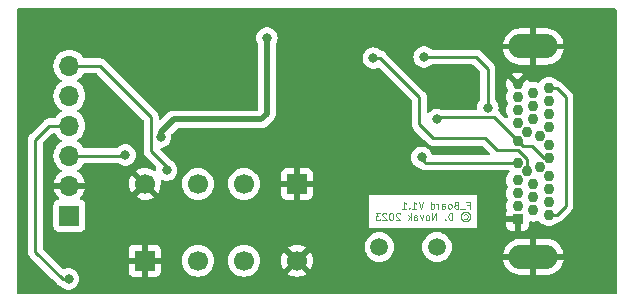
<source format=gbr>
%TF.GenerationSoftware,KiCad,Pcbnew,7.0.6*%
%TF.CreationDate,2024-04-30T21:30:12+02:00*%
%TF.ProjectId,F_Board_V1.1,465f426f-6172-4645-9f56-312e312e6b69,rev?*%
%TF.SameCoordinates,Original*%
%TF.FileFunction,Copper,L2,Bot*%
%TF.FilePolarity,Positive*%
%FSLAX46Y46*%
G04 Gerber Fmt 4.6, Leading zero omitted, Abs format (unit mm)*
G04 Created by KiCad (PCBNEW 7.0.6) date 2024-04-30 21:30:12*
%MOMM*%
%LPD*%
G01*
G04 APERTURE LIST*
%ADD10C,0.125000*%
%TA.AperFunction,NonConductor*%
%ADD11C,0.125000*%
%TD*%
%TA.AperFunction,ComponentPad*%
%ADD12R,1.700000X1.700000*%
%TD*%
%TA.AperFunction,ComponentPad*%
%ADD13C,1.700000*%
%TD*%
%TA.AperFunction,ComponentPad*%
%ADD14C,1.500000*%
%TD*%
%TA.AperFunction,ComponentPad*%
%ADD15R,0.930000X0.930000*%
%TD*%
%TA.AperFunction,ComponentPad*%
%ADD16C,0.930000*%
%TD*%
%TA.AperFunction,ComponentPad*%
%ADD17O,4.150000X2.075000*%
%TD*%
%TA.AperFunction,ComponentPad*%
%ADD18O,1.700000X1.700000*%
%TD*%
%TA.AperFunction,ViaPad*%
%ADD19C,0.800000*%
%TD*%
%TA.AperFunction,Conductor*%
%ADD20C,0.500000*%
%TD*%
%TA.AperFunction,Conductor*%
%ADD21C,0.250000*%
%TD*%
G04 APERTURE END LIST*
D10*
D11*
X178574906Y-96239785D02*
X178774906Y-96239785D01*
X178774906Y-96554071D02*
X178774906Y-95954071D01*
X178774906Y-95954071D02*
X178489192Y-95954071D01*
X178403478Y-96611214D02*
X177946335Y-96611214D01*
X177603477Y-96239785D02*
X177517763Y-96268357D01*
X177517763Y-96268357D02*
X177489192Y-96296928D01*
X177489192Y-96296928D02*
X177460620Y-96354071D01*
X177460620Y-96354071D02*
X177460620Y-96439785D01*
X177460620Y-96439785D02*
X177489192Y-96496928D01*
X177489192Y-96496928D02*
X177517763Y-96525500D01*
X177517763Y-96525500D02*
X177574906Y-96554071D01*
X177574906Y-96554071D02*
X177803477Y-96554071D01*
X177803477Y-96554071D02*
X177803477Y-95954071D01*
X177803477Y-95954071D02*
X177603477Y-95954071D01*
X177603477Y-95954071D02*
X177546335Y-95982642D01*
X177546335Y-95982642D02*
X177517763Y-96011214D01*
X177517763Y-96011214D02*
X177489192Y-96068357D01*
X177489192Y-96068357D02*
X177489192Y-96125500D01*
X177489192Y-96125500D02*
X177517763Y-96182642D01*
X177517763Y-96182642D02*
X177546335Y-96211214D01*
X177546335Y-96211214D02*
X177603477Y-96239785D01*
X177603477Y-96239785D02*
X177803477Y-96239785D01*
X177117763Y-96554071D02*
X177174906Y-96525500D01*
X177174906Y-96525500D02*
X177203477Y-96496928D01*
X177203477Y-96496928D02*
X177232049Y-96439785D01*
X177232049Y-96439785D02*
X177232049Y-96268357D01*
X177232049Y-96268357D02*
X177203477Y-96211214D01*
X177203477Y-96211214D02*
X177174906Y-96182642D01*
X177174906Y-96182642D02*
X177117763Y-96154071D01*
X177117763Y-96154071D02*
X177032049Y-96154071D01*
X177032049Y-96154071D02*
X176974906Y-96182642D01*
X176974906Y-96182642D02*
X176946335Y-96211214D01*
X176946335Y-96211214D02*
X176917763Y-96268357D01*
X176917763Y-96268357D02*
X176917763Y-96439785D01*
X176917763Y-96439785D02*
X176946335Y-96496928D01*
X176946335Y-96496928D02*
X176974906Y-96525500D01*
X176974906Y-96525500D02*
X177032049Y-96554071D01*
X177032049Y-96554071D02*
X177117763Y-96554071D01*
X176403478Y-96554071D02*
X176403478Y-96239785D01*
X176403478Y-96239785D02*
X176432049Y-96182642D01*
X176432049Y-96182642D02*
X176489192Y-96154071D01*
X176489192Y-96154071D02*
X176603478Y-96154071D01*
X176603478Y-96154071D02*
X176660620Y-96182642D01*
X176403478Y-96525500D02*
X176460620Y-96554071D01*
X176460620Y-96554071D02*
X176603478Y-96554071D01*
X176603478Y-96554071D02*
X176660620Y-96525500D01*
X176660620Y-96525500D02*
X176689192Y-96468357D01*
X176689192Y-96468357D02*
X176689192Y-96411214D01*
X176689192Y-96411214D02*
X176660620Y-96354071D01*
X176660620Y-96354071D02*
X176603478Y-96325500D01*
X176603478Y-96325500D02*
X176460620Y-96325500D01*
X176460620Y-96325500D02*
X176403478Y-96296928D01*
X176117763Y-96554071D02*
X176117763Y-96154071D01*
X176117763Y-96268357D02*
X176089192Y-96211214D01*
X176089192Y-96211214D02*
X176060621Y-96182642D01*
X176060621Y-96182642D02*
X176003478Y-96154071D01*
X176003478Y-96154071D02*
X175946335Y-96154071D01*
X175489192Y-96554071D02*
X175489192Y-95954071D01*
X175489192Y-96525500D02*
X175546334Y-96554071D01*
X175546334Y-96554071D02*
X175660620Y-96554071D01*
X175660620Y-96554071D02*
X175717763Y-96525500D01*
X175717763Y-96525500D02*
X175746334Y-96496928D01*
X175746334Y-96496928D02*
X175774906Y-96439785D01*
X175774906Y-96439785D02*
X175774906Y-96268357D01*
X175774906Y-96268357D02*
X175746334Y-96211214D01*
X175746334Y-96211214D02*
X175717763Y-96182642D01*
X175717763Y-96182642D02*
X175660620Y-96154071D01*
X175660620Y-96154071D02*
X175546334Y-96154071D01*
X175546334Y-96154071D02*
X175489192Y-96182642D01*
X174832049Y-95954071D02*
X174632049Y-96554071D01*
X174632049Y-96554071D02*
X174432049Y-95954071D01*
X173917763Y-96554071D02*
X174260620Y-96554071D01*
X174089191Y-96554071D02*
X174089191Y-95954071D01*
X174089191Y-95954071D02*
X174146334Y-96039785D01*
X174146334Y-96039785D02*
X174203477Y-96096928D01*
X174203477Y-96096928D02*
X174260620Y-96125500D01*
X173660619Y-96496928D02*
X173632048Y-96525500D01*
X173632048Y-96525500D02*
X173660619Y-96554071D01*
X173660619Y-96554071D02*
X173689191Y-96525500D01*
X173689191Y-96525500D02*
X173660619Y-96496928D01*
X173660619Y-96496928D02*
X173660619Y-96554071D01*
X173060620Y-96554071D02*
X173403477Y-96554071D01*
X173232048Y-96554071D02*
X173232048Y-95954071D01*
X173232048Y-95954071D02*
X173289191Y-96039785D01*
X173289191Y-96039785D02*
X173346334Y-96096928D01*
X173346334Y-96096928D02*
X173403477Y-96125500D01*
X178289192Y-97062928D02*
X178346335Y-97034357D01*
X178346335Y-97034357D02*
X178460621Y-97034357D01*
X178460621Y-97034357D02*
X178517764Y-97062928D01*
X178517764Y-97062928D02*
X178574906Y-97120071D01*
X178574906Y-97120071D02*
X178603478Y-97177214D01*
X178603478Y-97177214D02*
X178603478Y-97291500D01*
X178603478Y-97291500D02*
X178574906Y-97348642D01*
X178574906Y-97348642D02*
X178517764Y-97405785D01*
X178517764Y-97405785D02*
X178460621Y-97434357D01*
X178460621Y-97434357D02*
X178346335Y-97434357D01*
X178346335Y-97434357D02*
X178289192Y-97405785D01*
X178403478Y-96834357D02*
X178546335Y-96862928D01*
X178546335Y-96862928D02*
X178689192Y-96948642D01*
X178689192Y-96948642D02*
X178774906Y-97091500D01*
X178774906Y-97091500D02*
X178803478Y-97234357D01*
X178803478Y-97234357D02*
X178774906Y-97377214D01*
X178774906Y-97377214D02*
X178689192Y-97520071D01*
X178689192Y-97520071D02*
X178546335Y-97605785D01*
X178546335Y-97605785D02*
X178403478Y-97634357D01*
X178403478Y-97634357D02*
X178260621Y-97605785D01*
X178260621Y-97605785D02*
X178117764Y-97520071D01*
X178117764Y-97520071D02*
X178032049Y-97377214D01*
X178032049Y-97377214D02*
X178003478Y-97234357D01*
X178003478Y-97234357D02*
X178032049Y-97091500D01*
X178032049Y-97091500D02*
X178117764Y-96948642D01*
X178117764Y-96948642D02*
X178260621Y-96862928D01*
X178260621Y-96862928D02*
X178403478Y-96834357D01*
X177289192Y-97520071D02*
X177289192Y-96920071D01*
X177289192Y-96920071D02*
X177146335Y-96920071D01*
X177146335Y-96920071D02*
X177060621Y-96948642D01*
X177060621Y-96948642D02*
X177003478Y-97005785D01*
X177003478Y-97005785D02*
X176974907Y-97062928D01*
X176974907Y-97062928D02*
X176946335Y-97177214D01*
X176946335Y-97177214D02*
X176946335Y-97262928D01*
X176946335Y-97262928D02*
X176974907Y-97377214D01*
X176974907Y-97377214D02*
X177003478Y-97434357D01*
X177003478Y-97434357D02*
X177060621Y-97491500D01*
X177060621Y-97491500D02*
X177146335Y-97520071D01*
X177146335Y-97520071D02*
X177289192Y-97520071D01*
X176689192Y-97462928D02*
X176660621Y-97491500D01*
X176660621Y-97491500D02*
X176689192Y-97520071D01*
X176689192Y-97520071D02*
X176717764Y-97491500D01*
X176717764Y-97491500D02*
X176689192Y-97462928D01*
X176689192Y-97462928D02*
X176689192Y-97520071D01*
X175946335Y-97520071D02*
X175946335Y-96920071D01*
X175946335Y-96920071D02*
X175603478Y-97520071D01*
X175603478Y-97520071D02*
X175603478Y-96920071D01*
X175232050Y-97520071D02*
X175289193Y-97491500D01*
X175289193Y-97491500D02*
X175317764Y-97462928D01*
X175317764Y-97462928D02*
X175346336Y-97405785D01*
X175346336Y-97405785D02*
X175346336Y-97234357D01*
X175346336Y-97234357D02*
X175317764Y-97177214D01*
X175317764Y-97177214D02*
X175289193Y-97148642D01*
X175289193Y-97148642D02*
X175232050Y-97120071D01*
X175232050Y-97120071D02*
X175146336Y-97120071D01*
X175146336Y-97120071D02*
X175089193Y-97148642D01*
X175089193Y-97148642D02*
X175060622Y-97177214D01*
X175060622Y-97177214D02*
X175032050Y-97234357D01*
X175032050Y-97234357D02*
X175032050Y-97405785D01*
X175032050Y-97405785D02*
X175060622Y-97462928D01*
X175060622Y-97462928D02*
X175089193Y-97491500D01*
X175089193Y-97491500D02*
X175146336Y-97520071D01*
X175146336Y-97520071D02*
X175232050Y-97520071D01*
X174832050Y-97120071D02*
X174689193Y-97520071D01*
X174689193Y-97520071D02*
X174546336Y-97120071D01*
X174060622Y-97520071D02*
X174060622Y-97205785D01*
X174060622Y-97205785D02*
X174089193Y-97148642D01*
X174089193Y-97148642D02*
X174146336Y-97120071D01*
X174146336Y-97120071D02*
X174260622Y-97120071D01*
X174260622Y-97120071D02*
X174317764Y-97148642D01*
X174060622Y-97491500D02*
X174117764Y-97520071D01*
X174117764Y-97520071D02*
X174260622Y-97520071D01*
X174260622Y-97520071D02*
X174317764Y-97491500D01*
X174317764Y-97491500D02*
X174346336Y-97434357D01*
X174346336Y-97434357D02*
X174346336Y-97377214D01*
X174346336Y-97377214D02*
X174317764Y-97320071D01*
X174317764Y-97320071D02*
X174260622Y-97291500D01*
X174260622Y-97291500D02*
X174117764Y-97291500D01*
X174117764Y-97291500D02*
X174060622Y-97262928D01*
X173774907Y-97520071D02*
X173774907Y-96920071D01*
X173717765Y-97291500D02*
X173546336Y-97520071D01*
X173546336Y-97120071D02*
X173774907Y-97348642D01*
X172860622Y-96977214D02*
X172832050Y-96948642D01*
X172832050Y-96948642D02*
X172774908Y-96920071D01*
X172774908Y-96920071D02*
X172632050Y-96920071D01*
X172632050Y-96920071D02*
X172574908Y-96948642D01*
X172574908Y-96948642D02*
X172546336Y-96977214D01*
X172546336Y-96977214D02*
X172517765Y-97034357D01*
X172517765Y-97034357D02*
X172517765Y-97091500D01*
X172517765Y-97091500D02*
X172546336Y-97177214D01*
X172546336Y-97177214D02*
X172889193Y-97520071D01*
X172889193Y-97520071D02*
X172517765Y-97520071D01*
X172146336Y-96920071D02*
X172089193Y-96920071D01*
X172089193Y-96920071D02*
X172032050Y-96948642D01*
X172032050Y-96948642D02*
X172003479Y-96977214D01*
X172003479Y-96977214D02*
X171974907Y-97034357D01*
X171974907Y-97034357D02*
X171946336Y-97148642D01*
X171946336Y-97148642D02*
X171946336Y-97291500D01*
X171946336Y-97291500D02*
X171974907Y-97405785D01*
X171974907Y-97405785D02*
X172003479Y-97462928D01*
X172003479Y-97462928D02*
X172032050Y-97491500D01*
X172032050Y-97491500D02*
X172089193Y-97520071D01*
X172089193Y-97520071D02*
X172146336Y-97520071D01*
X172146336Y-97520071D02*
X172203479Y-97491500D01*
X172203479Y-97491500D02*
X172232050Y-97462928D01*
X172232050Y-97462928D02*
X172260621Y-97405785D01*
X172260621Y-97405785D02*
X172289193Y-97291500D01*
X172289193Y-97291500D02*
X172289193Y-97148642D01*
X172289193Y-97148642D02*
X172260621Y-97034357D01*
X172260621Y-97034357D02*
X172232050Y-96977214D01*
X172232050Y-96977214D02*
X172203479Y-96948642D01*
X172203479Y-96948642D02*
X172146336Y-96920071D01*
X171717764Y-96977214D02*
X171689192Y-96948642D01*
X171689192Y-96948642D02*
X171632050Y-96920071D01*
X171632050Y-96920071D02*
X171489192Y-96920071D01*
X171489192Y-96920071D02*
X171432050Y-96948642D01*
X171432050Y-96948642D02*
X171403478Y-96977214D01*
X171403478Y-96977214D02*
X171374907Y-97034357D01*
X171374907Y-97034357D02*
X171374907Y-97091500D01*
X171374907Y-97091500D02*
X171403478Y-97177214D01*
X171403478Y-97177214D02*
X171746335Y-97520071D01*
X171746335Y-97520071D02*
X171374907Y-97520071D01*
X171174906Y-96920071D02*
X170803478Y-96920071D01*
X170803478Y-96920071D02*
X171003478Y-97148642D01*
X171003478Y-97148642D02*
X170917763Y-97148642D01*
X170917763Y-97148642D02*
X170860621Y-97177214D01*
X170860621Y-97177214D02*
X170832049Y-97205785D01*
X170832049Y-97205785D02*
X170803478Y-97262928D01*
X170803478Y-97262928D02*
X170803478Y-97405785D01*
X170803478Y-97405785D02*
X170832049Y-97462928D01*
X170832049Y-97462928D02*
X170860621Y-97491500D01*
X170860621Y-97491500D02*
X170917763Y-97520071D01*
X170917763Y-97520071D02*
X171089192Y-97520071D01*
X171089192Y-97520071D02*
X171146335Y-97491500D01*
X171146335Y-97491500D02*
X171174906Y-97462928D01*
D12*
%TO.P,SW2,1,1*%
%TO.N,/GND*%
X151250000Y-100950000D03*
D13*
X151250000Y-94450000D03*
%TO.P,SW2,2,2*%
%TO.N,Net-(J1-Pin_6)*%
X155750000Y-100950000D03*
X155750000Y-94450000D03*
%TD*%
D12*
%TO.P,SW1,1,1*%
%TO.N,/GND*%
X164150000Y-94450000D03*
D13*
X164150000Y-100950000D03*
%TO.P,SW1,2,2*%
%TO.N,Net-(J1-Pin_5)*%
X159650000Y-94450000D03*
X159650000Y-100950000D03*
%TD*%
D14*
%TO.P,Y1,1,1*%
%TO.N,Net-(U1-XI)*%
X171120000Y-99800000D03*
%TO.P,Y1,2,2*%
%TO.N,Net-(U1-XO)*%
X176000000Y-99800000D03*
%TD*%
D15*
%TO.P,J2,A1,A1*%
%TO.N,/GND*%
X182832500Y-97444250D03*
D16*
%TO.P,J2,A2,A2*%
%TO.N,unconnected-(J2-PadA2)*%
X182832500Y-96344250D03*
%TO.P,J2,A3,A3*%
%TO.N,unconnected-(J2-PadA3)*%
X182832500Y-95244250D03*
%TO.P,J2,A4,A4*%
%TO.N,/+5V*%
X182832500Y-94144250D03*
%TO.P,J2,A5,A5*%
%TO.N,Net-(J2-PadA5)*%
X183632500Y-93394250D03*
%TO.P,J2,A6,A6*%
%TO.N,Net-(U1-UD+)*%
X182832500Y-92644250D03*
%TO.P,J2,A7,A7*%
%TO.N,Net-(U1-UD-)*%
X182832500Y-90794250D03*
%TO.P,J2,A8,A8*%
%TO.N,unconnected-(J2-PadA8)*%
X183632500Y-90044250D03*
%TO.P,J2,A9,A9*%
%TO.N,/+5V*%
X182832500Y-89294250D03*
%TO.P,J2,A10,A10*%
%TO.N,unconnected-(J2-PadA10)*%
X182832500Y-88194250D03*
%TO.P,J2,A11,A11*%
%TO.N,unconnected-(J2-PadA11)*%
X182832500Y-87094250D03*
%TO.P,J2,A12,A12*%
%TO.N,/GND*%
X182832500Y-85994250D03*
%TO.P,J2,B1,B1*%
%TO.N,Net-(J2-GND-PadG1)*%
X185482500Y-86369250D03*
%TO.P,J2,B2,B2*%
%TO.N,unconnected-(J2-PadB2)*%
X185482500Y-87469250D03*
%TO.P,J2,B3,B3*%
%TO.N,unconnected-(J2-PadB3)*%
X185482500Y-88569250D03*
%TO.P,J2,B4,B4*%
%TO.N,/+5V*%
X185482500Y-89669250D03*
%TO.P,J2,B5,B5*%
%TO.N,Net-(J2-PadB5)*%
X184682500Y-90419250D03*
%TO.P,J2,B6,B6*%
%TO.N,Net-(U1-UD+)*%
X185482500Y-91169250D03*
%TO.P,J2,B7,B7*%
%TO.N,Net-(U1-UD-)*%
X185482500Y-92269250D03*
%TO.P,J2,B8,B8*%
%TO.N,unconnected-(J2-PadB8)*%
X184682500Y-93019250D03*
%TO.P,J2,B9,B9*%
%TO.N,/+5V*%
X185482500Y-93769250D03*
%TO.P,J2,B10,B10*%
%TO.N,unconnected-(J2-PadB10)*%
X185482500Y-94869250D03*
%TO.P,J2,B11,B11*%
%TO.N,unconnected-(J2-PadB11)*%
X185482500Y-95969250D03*
%TO.P,J2,B12,B12*%
%TO.N,Net-(J2-GND-PadG1)*%
X185482500Y-97069250D03*
%TO.P,J2,G1,GND*%
X184157500Y-96669250D03*
%TO.P,J2,G2,GND*%
X184157500Y-95569250D03*
%TO.P,J2,G3,GND*%
X184157500Y-94469250D03*
%TO.P,J2,G4,GND*%
X184157500Y-88969250D03*
%TO.P,J2,G5,GND*%
X184157500Y-87869250D03*
%TO.P,J2,G6,GND*%
X184157500Y-86769250D03*
D17*
%TO.P,J2,S1,SHIELD*%
%TO.N,/GND*%
X184157500Y-100619250D03*
%TO.P,J2,S2,SHIELD*%
X184157500Y-82819250D03*
%TD*%
D12*
%TO.P,J1,1,Pin_1*%
%TO.N,/3V3*%
X144875000Y-97150000D03*
D18*
%TO.P,J1,2,Pin_2*%
%TO.N,/GND*%
X144875000Y-94610000D03*
%TO.P,J1,3,Pin_3*%
%TO.N,Net-(D2-K)*%
X144875000Y-92070000D03*
%TO.P,J1,4,Pin_4*%
%TO.N,Net-(D1-K)*%
X144875000Y-89530000D03*
%TO.P,J1,5,Pin_5*%
%TO.N,Net-(J1-Pin_5)*%
X144875000Y-86990000D03*
%TO.P,J1,6,Pin_6*%
%TO.N,Net-(J1-Pin_6)*%
X144875000Y-84450000D03*
%TD*%
D19*
%TO.N,/GND*%
X163100000Y-84800000D03*
X168300000Y-90700000D03*
X150600000Y-96000000D03*
X166900000Y-94000000D03*
X167600000Y-86500000D03*
%TO.N,/+5V*%
X152600000Y-90500000D03*
X161600000Y-82100000D03*
%TO.N,Net-(D1-K)*%
X144800000Y-102500000D03*
%TO.N,Net-(D2-K)*%
X149600000Y-92000000D03*
%TO.N,Net-(J1-Pin_6)*%
X153100000Y-93300000D03*
%TO.N,Net-(J2-PadA5)*%
X170600000Y-83800000D03*
%TO.N,Net-(U1-UD+)*%
X174700000Y-92200000D03*
%TO.N,Net-(U1-UD-)*%
X176000000Y-89000000D03*
%TO.N,Net-(J2-PadB5)*%
X180300000Y-88000000D03*
X174900000Y-83700000D03*
%TD*%
D20*
%TO.N,/+5V*%
X161600000Y-82100000D02*
X161600000Y-88500000D01*
X161100000Y-89000000D02*
X153700000Y-89000000D01*
X153700000Y-89000000D02*
X152600000Y-90100000D01*
X152600000Y-90100000D02*
X152600000Y-90500000D01*
X161600000Y-88500000D02*
X161100000Y-89000000D01*
D21*
%TO.N,Net-(D1-K)*%
X143170000Y-89530000D02*
X144875000Y-89530000D01*
X142000000Y-90700000D02*
X143170000Y-89530000D01*
X144800000Y-102500000D02*
X144300000Y-102500000D01*
X144300000Y-102500000D02*
X142000000Y-100200000D01*
X142000000Y-100200000D02*
X142000000Y-90700000D01*
%TO.N,Net-(D2-K)*%
X149530000Y-92070000D02*
X144875000Y-92070000D01*
X149600000Y-92000000D02*
X149530000Y-92070000D01*
%TO.N,Net-(J1-Pin_6)*%
X153100000Y-93000000D02*
X151800000Y-91700000D01*
X147450000Y-84450000D02*
X144875000Y-84450000D01*
X151800000Y-91700000D02*
X151800000Y-88800000D01*
X153100000Y-93300000D02*
X153100000Y-93000000D01*
X151800000Y-88800000D02*
X147450000Y-84450000D01*
%TO.N,Net-(J2-PadA5)*%
X170600000Y-83800000D02*
X171200000Y-83800000D01*
X174500000Y-89400000D02*
X175700000Y-90600000D01*
X181084250Y-91584250D02*
X182889729Y-91584250D01*
X171200000Y-83800000D02*
X174500000Y-87100000D01*
X175700000Y-90600000D02*
X180100000Y-90600000D01*
X183632500Y-92327021D02*
X183632500Y-93394250D01*
X180100000Y-90600000D02*
X181084250Y-91584250D01*
X182889729Y-91584250D02*
X183632500Y-92327021D01*
X174500000Y-87100000D02*
X174500000Y-89400000D01*
%TO.N,Net-(U1-UD+)*%
X182832500Y-92644250D02*
X174944250Y-92644250D01*
X174944250Y-92644250D02*
X174700000Y-92200000D01*
%TO.N,Net-(U1-UD-)*%
X184039729Y-91259250D02*
X183297500Y-91259250D01*
X182832500Y-90794250D02*
X180838250Y-88800000D01*
X185482500Y-92269250D02*
X185049729Y-92269250D01*
X176200000Y-88800000D02*
X176000000Y-89000000D01*
X185049729Y-92269250D02*
X184039729Y-91259250D01*
X180838250Y-88800000D02*
X176200000Y-88800000D01*
X183297500Y-91259250D02*
X182832500Y-90794250D01*
%TO.N,Net-(J2-PadB5)*%
X180300000Y-84700000D02*
X180300000Y-88000000D01*
X174900000Y-83700000D02*
X179300000Y-83700000D01*
X179300000Y-83700000D02*
X180300000Y-84700000D01*
%TO.N,Net-(J2-GND-PadG1)*%
X185482500Y-86369250D02*
X186140109Y-86369250D01*
X186900000Y-96300000D02*
X186130750Y-97069250D01*
X186130750Y-97069250D02*
X185482500Y-97069250D01*
X186140109Y-86369250D02*
X186900000Y-87129141D01*
X186900000Y-87129141D02*
X186900000Y-96300000D01*
%TD*%
%TA.AperFunction,Conductor*%
%TO.N,/GND*%
G36*
X191142539Y-79620185D02*
G01*
X191188294Y-79672989D01*
X191199500Y-79724500D01*
X191199500Y-103675500D01*
X191179815Y-103742539D01*
X191127011Y-103788294D01*
X191075500Y-103799500D01*
X140524500Y-103799500D01*
X140457461Y-103779815D01*
X140411706Y-103727011D01*
X140400500Y-103675500D01*
X140400500Y-90680195D01*
X141369840Y-90680195D01*
X141374225Y-90726583D01*
X141374500Y-90732421D01*
X141374500Y-100117255D01*
X141372775Y-100132872D01*
X141373061Y-100132899D01*
X141372326Y-100140665D01*
X141374500Y-100209814D01*
X141374500Y-100239343D01*
X141374501Y-100239360D01*
X141375368Y-100246231D01*
X141375826Y-100252050D01*
X141377290Y-100298624D01*
X141377291Y-100298627D01*
X141382880Y-100317867D01*
X141386824Y-100336911D01*
X141389336Y-100356792D01*
X141406490Y-100400119D01*
X141408382Y-100405647D01*
X141421268Y-100450000D01*
X141421382Y-100450390D01*
X141430211Y-100465320D01*
X141431580Y-100467634D01*
X141440136Y-100485100D01*
X141440629Y-100486344D01*
X141447514Y-100503732D01*
X141474898Y-100541423D01*
X141478106Y-100546307D01*
X141501827Y-100586416D01*
X141501833Y-100586424D01*
X141515990Y-100600580D01*
X141528628Y-100615376D01*
X141540405Y-100631586D01*
X141540406Y-100631587D01*
X141576309Y-100661288D01*
X141580620Y-100665210D01*
X143415408Y-102499999D01*
X143799197Y-102883788D01*
X143809022Y-102896051D01*
X143809243Y-102895869D01*
X143814214Y-102901878D01*
X143840217Y-102926295D01*
X143864635Y-102949226D01*
X143885529Y-102970120D01*
X143891011Y-102974373D01*
X143895443Y-102978157D01*
X143929418Y-103010062D01*
X143946976Y-103019714D01*
X143963235Y-103030395D01*
X143979064Y-103042673D01*
X144021838Y-103061182D01*
X144027056Y-103063738D01*
X144067908Y-103086197D01*
X144087316Y-103091180D01*
X144105714Y-103097479D01*
X144114511Y-103101285D01*
X144157419Y-103132117D01*
X144194124Y-103172884D01*
X144194130Y-103172889D01*
X144347265Y-103284148D01*
X144347270Y-103284151D01*
X144520192Y-103361142D01*
X144520197Y-103361144D01*
X144705354Y-103400500D01*
X144705355Y-103400500D01*
X144894644Y-103400500D01*
X144894646Y-103400500D01*
X145079803Y-103361144D01*
X145252730Y-103284151D01*
X145405871Y-103172888D01*
X145532533Y-103032216D01*
X145627179Y-102868284D01*
X145685674Y-102688256D01*
X145705460Y-102500000D01*
X145685674Y-102311744D01*
X145627179Y-102131716D01*
X145532533Y-101967784D01*
X145424538Y-101847844D01*
X149900000Y-101847844D01*
X149906401Y-101907372D01*
X149906403Y-101907379D01*
X149956645Y-102042086D01*
X149956649Y-102042093D01*
X150042809Y-102157187D01*
X150042812Y-102157190D01*
X150157906Y-102243350D01*
X150157913Y-102243354D01*
X150292620Y-102293596D01*
X150292627Y-102293598D01*
X150352155Y-102299999D01*
X150352172Y-102300000D01*
X151000000Y-102300000D01*
X151000000Y-101385501D01*
X151107685Y-101434680D01*
X151214237Y-101450000D01*
X151285763Y-101450000D01*
X151392315Y-101434680D01*
X151500000Y-101385501D01*
X151500000Y-102300000D01*
X152147828Y-102300000D01*
X152147844Y-102299999D01*
X152207372Y-102293598D01*
X152207379Y-102293596D01*
X152342086Y-102243354D01*
X152342093Y-102243350D01*
X152457187Y-102157190D01*
X152457190Y-102157187D01*
X152543350Y-102042093D01*
X152543354Y-102042086D01*
X152593596Y-101907379D01*
X152593598Y-101907372D01*
X152599999Y-101847844D01*
X152600000Y-101847827D01*
X152600000Y-101200000D01*
X151683686Y-101200000D01*
X151709493Y-101159844D01*
X151750000Y-101021889D01*
X151750000Y-100950000D01*
X154394341Y-100950000D01*
X154414936Y-101185403D01*
X154414938Y-101185413D01*
X154476094Y-101413655D01*
X154476096Y-101413659D01*
X154476097Y-101413663D01*
X154575847Y-101627578D01*
X154575965Y-101627830D01*
X154575967Y-101627834D01*
X154637598Y-101715851D01*
X154711505Y-101821401D01*
X154878599Y-101988495D01*
X154955135Y-102042086D01*
X155072165Y-102124032D01*
X155072167Y-102124033D01*
X155072170Y-102124035D01*
X155286337Y-102223903D01*
X155514592Y-102285063D01*
X155685319Y-102300000D01*
X155749999Y-102305659D01*
X155750000Y-102305659D01*
X155750001Y-102305659D01*
X155814681Y-102300000D01*
X155985408Y-102285063D01*
X156213663Y-102223903D01*
X156427830Y-102124035D01*
X156621401Y-101988495D01*
X156788495Y-101821401D01*
X156924035Y-101627830D01*
X157023903Y-101413663D01*
X157085063Y-101185408D01*
X157105659Y-100950000D01*
X158294341Y-100950000D01*
X158314936Y-101185403D01*
X158314938Y-101185413D01*
X158376094Y-101413655D01*
X158376096Y-101413659D01*
X158376097Y-101413663D01*
X158475847Y-101627578D01*
X158475965Y-101627830D01*
X158475967Y-101627834D01*
X158537598Y-101715851D01*
X158611505Y-101821401D01*
X158778599Y-101988495D01*
X158855135Y-102042086D01*
X158972165Y-102124032D01*
X158972167Y-102124033D01*
X158972170Y-102124035D01*
X159186337Y-102223903D01*
X159414592Y-102285063D01*
X159585319Y-102300000D01*
X159649999Y-102305659D01*
X159650000Y-102305659D01*
X159650001Y-102305659D01*
X159714681Y-102300000D01*
X159885408Y-102285063D01*
X160113663Y-102223903D01*
X160327830Y-102124035D01*
X160521401Y-101988495D01*
X160688495Y-101821401D01*
X160824035Y-101627830D01*
X160923903Y-101413663D01*
X160985063Y-101185408D01*
X161005659Y-100950001D01*
X162794843Y-100950001D01*
X162815430Y-101185315D01*
X162815432Y-101185326D01*
X162876566Y-101413483D01*
X162876570Y-101413492D01*
X162976400Y-101627579D01*
X162976402Y-101627583D01*
X163035072Y-101711373D01*
X163035073Y-101711373D01*
X163666923Y-101079523D01*
X163690507Y-101159844D01*
X163768239Y-101280798D01*
X163876900Y-101374952D01*
X164007685Y-101434680D01*
X164017466Y-101436086D01*
X163388625Y-102064925D01*
X163472421Y-102123599D01*
X163686507Y-102223429D01*
X163686516Y-102223433D01*
X163914673Y-102284567D01*
X163914684Y-102284569D01*
X164149998Y-102305157D01*
X164150002Y-102305157D01*
X164385315Y-102284569D01*
X164385326Y-102284567D01*
X164613483Y-102223433D01*
X164613492Y-102223429D01*
X164827578Y-102123600D01*
X164827582Y-102123598D01*
X164911373Y-102064926D01*
X164911373Y-102064925D01*
X164282533Y-101436086D01*
X164292315Y-101434680D01*
X164423100Y-101374952D01*
X164531761Y-101280798D01*
X164609493Y-101159844D01*
X164633076Y-101079524D01*
X165264925Y-101711373D01*
X165264926Y-101711373D01*
X165323598Y-101627582D01*
X165323600Y-101627578D01*
X165423429Y-101413492D01*
X165423433Y-101413483D01*
X165484567Y-101185326D01*
X165484569Y-101185315D01*
X165505157Y-100950001D01*
X165505157Y-100949998D01*
X165484569Y-100714684D01*
X165484567Y-100714673D01*
X165423433Y-100486516D01*
X165423429Y-100486507D01*
X165323600Y-100272423D01*
X165323599Y-100272421D01*
X165264925Y-100188626D01*
X165264925Y-100188625D01*
X164633076Y-100820475D01*
X164609493Y-100740156D01*
X164531761Y-100619202D01*
X164423100Y-100525048D01*
X164292315Y-100465320D01*
X164282531Y-100463913D01*
X164911373Y-99835073D01*
X164911373Y-99835072D01*
X164861288Y-99800002D01*
X169864723Y-99800002D01*
X169883793Y-100017975D01*
X169883793Y-100017979D01*
X169940422Y-100229322D01*
X169940424Y-100229326D01*
X169940425Y-100229330D01*
X169949658Y-100249130D01*
X170032897Y-100427638D01*
X170032898Y-100427639D01*
X170158402Y-100606877D01*
X170313123Y-100761598D01*
X170492361Y-100887102D01*
X170690670Y-100979575D01*
X170902023Y-101036207D01*
X171084926Y-101052208D01*
X171119998Y-101055277D01*
X171120000Y-101055277D01*
X171120002Y-101055277D01*
X171148254Y-101052805D01*
X171337977Y-101036207D01*
X171549330Y-100979575D01*
X171747639Y-100887102D01*
X171926877Y-100761598D01*
X172081598Y-100606877D01*
X172207102Y-100427639D01*
X172299575Y-100229330D01*
X172356207Y-100017977D01*
X172375277Y-99800002D01*
X174744723Y-99800002D01*
X174763793Y-100017975D01*
X174763793Y-100017979D01*
X174820422Y-100229322D01*
X174820424Y-100229326D01*
X174820425Y-100229330D01*
X174829658Y-100249130D01*
X174912897Y-100427638D01*
X174912898Y-100427639D01*
X175038402Y-100606877D01*
X175193123Y-100761598D01*
X175372361Y-100887102D01*
X175570670Y-100979575D01*
X175782023Y-101036207D01*
X175964926Y-101052208D01*
X175999998Y-101055277D01*
X176000000Y-101055277D01*
X176000002Y-101055277D01*
X176028254Y-101052805D01*
X176217977Y-101036207D01*
X176429330Y-100979575D01*
X176627639Y-100887102D01*
X176653134Y-100869250D01*
X181601563Y-100869250D01*
X181608669Y-100927782D01*
X181608671Y-100927789D01*
X181677734Y-101166223D01*
X181677735Y-101166226D01*
X181784155Y-101390504D01*
X181925170Y-101594798D01*
X181925171Y-101594799D01*
X182097133Y-101773829D01*
X182295579Y-101922953D01*
X182295590Y-101922959D01*
X182515388Y-102038319D01*
X182515392Y-102038320D01*
X182750854Y-102116930D01*
X182995877Y-102156750D01*
X183907500Y-102156750D01*
X183907500Y-101119250D01*
X184407500Y-101119250D01*
X184407500Y-102156750D01*
X185256962Y-102156750D01*
X185442434Y-102141777D01*
X185683458Y-102082369D01*
X185911832Y-101985068D01*
X186121646Y-101852390D01*
X186307457Y-101687778D01*
X186464455Y-101495488D01*
X186464460Y-101495481D01*
X186588573Y-101280510D01*
X186676599Y-101048404D01*
X186713175Y-100869250D01*
X185666186Y-100869250D01*
X185691993Y-100829094D01*
X185732500Y-100691139D01*
X185732500Y-100547361D01*
X185691993Y-100409406D01*
X185666186Y-100369250D01*
X186713437Y-100369250D01*
X186706330Y-100310717D01*
X186706328Y-100310710D01*
X186637265Y-100072276D01*
X186637264Y-100072273D01*
X186530844Y-99847995D01*
X186389829Y-99643701D01*
X186389828Y-99643700D01*
X186217866Y-99464670D01*
X186019420Y-99315546D01*
X186019409Y-99315540D01*
X185799611Y-99200180D01*
X185799607Y-99200179D01*
X185564145Y-99121569D01*
X185319123Y-99081750D01*
X184407500Y-99081750D01*
X184407500Y-100119250D01*
X183907500Y-100119250D01*
X183907500Y-99081750D01*
X183058038Y-99081750D01*
X182872565Y-99096722D01*
X182631541Y-99156130D01*
X182403167Y-99253431D01*
X182193353Y-99386109D01*
X182007542Y-99550721D01*
X181850544Y-99743011D01*
X181850539Y-99743018D01*
X181726426Y-99957989D01*
X181638400Y-100190095D01*
X181601825Y-100369250D01*
X182648814Y-100369250D01*
X182623007Y-100409406D01*
X182582500Y-100547361D01*
X182582500Y-100691139D01*
X182623007Y-100829094D01*
X182648814Y-100869250D01*
X181601563Y-100869250D01*
X176653134Y-100869250D01*
X176806877Y-100761598D01*
X176961598Y-100606877D01*
X177087102Y-100427639D01*
X177179575Y-100229330D01*
X177236207Y-100017977D01*
X177255277Y-99800000D01*
X177253212Y-99776402D01*
X177250274Y-99742812D01*
X177236207Y-99582023D01*
X177179575Y-99370670D01*
X177087102Y-99172362D01*
X177087100Y-99172359D01*
X177087099Y-99172357D01*
X176961599Y-98993124D01*
X176961596Y-98993121D01*
X176806877Y-98838402D01*
X176627639Y-98712898D01*
X176627640Y-98712898D01*
X176627638Y-98712897D01*
X176528484Y-98666661D01*
X176429330Y-98620425D01*
X176429326Y-98620424D01*
X176429322Y-98620422D01*
X176217977Y-98563793D01*
X176000002Y-98544723D01*
X175999998Y-98544723D01*
X175854681Y-98557436D01*
X175782023Y-98563793D01*
X175782020Y-98563793D01*
X175570677Y-98620422D01*
X175570668Y-98620426D01*
X175372361Y-98712898D01*
X175372357Y-98712900D01*
X175193121Y-98838402D01*
X175038402Y-98993121D01*
X174912900Y-99172357D01*
X174912898Y-99172361D01*
X174820426Y-99370668D01*
X174820422Y-99370677D01*
X174763793Y-99582020D01*
X174763793Y-99582023D01*
X174760913Y-99614938D01*
X174744723Y-99799997D01*
X174744723Y-99800002D01*
X172375277Y-99800002D01*
X172375277Y-99800000D01*
X172373212Y-99776402D01*
X172370274Y-99742812D01*
X172356207Y-99582023D01*
X172299575Y-99370670D01*
X172207102Y-99172362D01*
X172207100Y-99172359D01*
X172207099Y-99172357D01*
X172081599Y-98993124D01*
X172081596Y-98993121D01*
X171926877Y-98838402D01*
X171747639Y-98712898D01*
X171747640Y-98712898D01*
X171747638Y-98712897D01*
X171648484Y-98666661D01*
X171549330Y-98620425D01*
X171549326Y-98620424D01*
X171549322Y-98620422D01*
X171337977Y-98563793D01*
X171120002Y-98544723D01*
X171119998Y-98544723D01*
X170974682Y-98557436D01*
X170902023Y-98563793D01*
X170902020Y-98563793D01*
X170690677Y-98620422D01*
X170690668Y-98620426D01*
X170492361Y-98712898D01*
X170492357Y-98712900D01*
X170313121Y-98838402D01*
X170158402Y-98993121D01*
X170032900Y-99172357D01*
X170032898Y-99172361D01*
X169940426Y-99370668D01*
X169940422Y-99370677D01*
X169883793Y-99582020D01*
X169883793Y-99582023D01*
X169880913Y-99614938D01*
X169864723Y-99799997D01*
X169864723Y-99800002D01*
X164861288Y-99800002D01*
X164827583Y-99776402D01*
X164827579Y-99776400D01*
X164613492Y-99676570D01*
X164613483Y-99676566D01*
X164385326Y-99615432D01*
X164385315Y-99615430D01*
X164150002Y-99594843D01*
X164149998Y-99594843D01*
X163914684Y-99615430D01*
X163914673Y-99615432D01*
X163686516Y-99676566D01*
X163686507Y-99676570D01*
X163472419Y-99776401D01*
X163388626Y-99835072D01*
X163388625Y-99835073D01*
X164017466Y-100463913D01*
X164007685Y-100465320D01*
X163876900Y-100525048D01*
X163768239Y-100619202D01*
X163690507Y-100740156D01*
X163666923Y-100820474D01*
X163035073Y-100188625D01*
X163035072Y-100188625D01*
X162976401Y-100272419D01*
X162876570Y-100486507D01*
X162876566Y-100486516D01*
X162815432Y-100714673D01*
X162815430Y-100714684D01*
X162794843Y-100949998D01*
X162794843Y-100950001D01*
X161005659Y-100950001D01*
X161005659Y-100950000D01*
X160985063Y-100714592D01*
X160923903Y-100486337D01*
X160824035Y-100272171D01*
X160809947Y-100252050D01*
X160688494Y-100078597D01*
X160521402Y-99911506D01*
X160521395Y-99911501D01*
X160327834Y-99775967D01*
X160327830Y-99775965D01*
X160256727Y-99742809D01*
X160113663Y-99676097D01*
X160113659Y-99676096D01*
X160113655Y-99676094D01*
X159885413Y-99614938D01*
X159885403Y-99614936D01*
X159650001Y-99594341D01*
X159649999Y-99594341D01*
X159414596Y-99614936D01*
X159414586Y-99614938D01*
X159186344Y-99676094D01*
X159186335Y-99676098D01*
X158972171Y-99775964D01*
X158972169Y-99775965D01*
X158778597Y-99911505D01*
X158611505Y-100078597D01*
X158475965Y-100272169D01*
X158475964Y-100272171D01*
X158376098Y-100486335D01*
X158376094Y-100486344D01*
X158314938Y-100714586D01*
X158314936Y-100714596D01*
X158294341Y-100949999D01*
X158294341Y-100950000D01*
X157105659Y-100950000D01*
X157085063Y-100714592D01*
X157023903Y-100486337D01*
X156924035Y-100272171D01*
X156909947Y-100252050D01*
X156788494Y-100078597D01*
X156621402Y-99911506D01*
X156621395Y-99911501D01*
X156427834Y-99775967D01*
X156427830Y-99775965D01*
X156356727Y-99742809D01*
X156213663Y-99676097D01*
X156213659Y-99676096D01*
X156213655Y-99676094D01*
X155985413Y-99614938D01*
X155985403Y-99614936D01*
X155750001Y-99594341D01*
X155749999Y-99594341D01*
X155514596Y-99614936D01*
X155514586Y-99614938D01*
X155286344Y-99676094D01*
X155286335Y-99676098D01*
X155072171Y-99775964D01*
X155072169Y-99775965D01*
X154878597Y-99911505D01*
X154711505Y-100078597D01*
X154575965Y-100272169D01*
X154575964Y-100272171D01*
X154476098Y-100486335D01*
X154476094Y-100486344D01*
X154414938Y-100714586D01*
X154414936Y-100714596D01*
X154394341Y-100949999D01*
X154394341Y-100950000D01*
X151750000Y-100950000D01*
X151750000Y-100878111D01*
X151709493Y-100740156D01*
X151683686Y-100700000D01*
X152600000Y-100700000D01*
X152600000Y-100052172D01*
X152599999Y-100052155D01*
X152593598Y-99992627D01*
X152593596Y-99992620D01*
X152543354Y-99857913D01*
X152543350Y-99857906D01*
X152457190Y-99742812D01*
X152457187Y-99742809D01*
X152342093Y-99656649D01*
X152342086Y-99656645D01*
X152207379Y-99606403D01*
X152207372Y-99606401D01*
X152147844Y-99600000D01*
X151500000Y-99600000D01*
X151500000Y-100514498D01*
X151392315Y-100465320D01*
X151285763Y-100450000D01*
X151214237Y-100450000D01*
X151107685Y-100465320D01*
X151000000Y-100514498D01*
X151000000Y-99600000D01*
X150352155Y-99600000D01*
X150292627Y-99606401D01*
X150292620Y-99606403D01*
X150157913Y-99656645D01*
X150157906Y-99656649D01*
X150042812Y-99742809D01*
X150042809Y-99742812D01*
X149956649Y-99857906D01*
X149956645Y-99857913D01*
X149906403Y-99992620D01*
X149906401Y-99992627D01*
X149900000Y-100052155D01*
X149900000Y-100700000D01*
X150816314Y-100700000D01*
X150790507Y-100740156D01*
X150750000Y-100878111D01*
X150750000Y-101021889D01*
X150790507Y-101159844D01*
X150816314Y-101200000D01*
X149900000Y-101200000D01*
X149900000Y-101847844D01*
X145424538Y-101847844D01*
X145405871Y-101827112D01*
X145398012Y-101821402D01*
X145252734Y-101715851D01*
X145252729Y-101715848D01*
X145079807Y-101638857D01*
X145079802Y-101638855D01*
X144934001Y-101607865D01*
X144894646Y-101599500D01*
X144705354Y-101599500D01*
X144665998Y-101607865D01*
X144520198Y-101638855D01*
X144520193Y-101638857D01*
X144461912Y-101664805D01*
X144392662Y-101674089D01*
X144329386Y-101644460D01*
X144323797Y-101639206D01*
X142661819Y-99977227D01*
X142628334Y-99915904D01*
X142625500Y-99889546D01*
X142625500Y-91010452D01*
X142645185Y-90943413D01*
X142661819Y-90922771D01*
X143392772Y-90191819D01*
X143454095Y-90158334D01*
X143480453Y-90155500D01*
X143599773Y-90155500D01*
X143666812Y-90175185D01*
X143701348Y-90208377D01*
X143836501Y-90401396D01*
X143836506Y-90401402D01*
X144003597Y-90568493D01*
X144003603Y-90568498D01*
X144189158Y-90698425D01*
X144232783Y-90753002D01*
X144239977Y-90822500D01*
X144208454Y-90884855D01*
X144189158Y-90901575D01*
X144003597Y-91031505D01*
X143836505Y-91198597D01*
X143700965Y-91392169D01*
X143700964Y-91392171D01*
X143601098Y-91606335D01*
X143601094Y-91606344D01*
X143539938Y-91834586D01*
X143539936Y-91834596D01*
X143519341Y-92069999D01*
X143519341Y-92070000D01*
X143539936Y-92305403D01*
X143539938Y-92305413D01*
X143601094Y-92533655D01*
X143601096Y-92533659D01*
X143601097Y-92533663D01*
X143644673Y-92627111D01*
X143700965Y-92747830D01*
X143700967Y-92747834D01*
X143807866Y-92900500D01*
X143836501Y-92941396D01*
X143836506Y-92941402D01*
X144003597Y-93108493D01*
X144003603Y-93108498D01*
X144069032Y-93154312D01*
X144184832Y-93235396D01*
X144189594Y-93238730D01*
X144233219Y-93293307D01*
X144240413Y-93362805D01*
X144208890Y-93425160D01*
X144189595Y-93441880D01*
X144003922Y-93571890D01*
X144003920Y-93571891D01*
X143836891Y-93738920D01*
X143836886Y-93738926D01*
X143701400Y-93932420D01*
X143701399Y-93932422D01*
X143601570Y-94146507D01*
X143601567Y-94146513D01*
X143544364Y-94359999D01*
X143544364Y-94360000D01*
X144441314Y-94360000D01*
X144415507Y-94400156D01*
X144375000Y-94538111D01*
X144375000Y-94681889D01*
X144415507Y-94819844D01*
X144441314Y-94860000D01*
X143544364Y-94860000D01*
X143601567Y-95073486D01*
X143601570Y-95073492D01*
X143701399Y-95287578D01*
X143836894Y-95481082D01*
X143958946Y-95603134D01*
X143992431Y-95664457D01*
X143987447Y-95734149D01*
X143945575Y-95790082D01*
X143914598Y-95806997D01*
X143782671Y-95856202D01*
X143782664Y-95856206D01*
X143667455Y-95942452D01*
X143667452Y-95942455D01*
X143581206Y-96057664D01*
X143581202Y-96057671D01*
X143530908Y-96192517D01*
X143524501Y-96252116D01*
X143524501Y-96252123D01*
X143524500Y-96252135D01*
X143524500Y-98047870D01*
X143524501Y-98047876D01*
X143530908Y-98107483D01*
X143581202Y-98242328D01*
X143581206Y-98242335D01*
X143667452Y-98357544D01*
X143667455Y-98357547D01*
X143782664Y-98443793D01*
X143782671Y-98443797D01*
X143917517Y-98494091D01*
X143917516Y-98494091D01*
X143924444Y-98494835D01*
X143977127Y-98500500D01*
X145772872Y-98500499D01*
X145832483Y-98494091D01*
X145967331Y-98443796D01*
X146082546Y-98357546D01*
X146168796Y-98242331D01*
X146219091Y-98107483D01*
X146225500Y-98047873D01*
X146225499Y-96252128D01*
X146219091Y-96192517D01*
X146205090Y-96154979D01*
X146168797Y-96057671D01*
X146168793Y-96057664D01*
X146082547Y-95942455D01*
X146082544Y-95942452D01*
X145967335Y-95856206D01*
X145967328Y-95856202D01*
X145835401Y-95806997D01*
X145779467Y-95765126D01*
X145755050Y-95699662D01*
X145769902Y-95631389D01*
X145791053Y-95603133D01*
X145913108Y-95481078D01*
X146048600Y-95287578D01*
X146148429Y-95073492D01*
X146148432Y-95073486D01*
X146205636Y-94860000D01*
X145308686Y-94860000D01*
X145334493Y-94819844D01*
X145375000Y-94681889D01*
X145375000Y-94538111D01*
X145334493Y-94400156D01*
X145308686Y-94360000D01*
X146205636Y-94360000D01*
X146205635Y-94359999D01*
X146148432Y-94146513D01*
X146148429Y-94146507D01*
X146048600Y-93932422D01*
X146048599Y-93932420D01*
X145913113Y-93738926D01*
X145913108Y-93738920D01*
X145746078Y-93571890D01*
X145560405Y-93441879D01*
X145516780Y-93387302D01*
X145509588Y-93317804D01*
X145541110Y-93255449D01*
X145560406Y-93238730D01*
X145746401Y-93108495D01*
X145913495Y-92941401D01*
X146048651Y-92748377D01*
X146103229Y-92704752D01*
X146150227Y-92695500D01*
X148984962Y-92695500D01*
X149052001Y-92715185D01*
X149057847Y-92719182D01*
X149147265Y-92784148D01*
X149147270Y-92784151D01*
X149320192Y-92861142D01*
X149320197Y-92861144D01*
X149505354Y-92900500D01*
X149505355Y-92900500D01*
X149694644Y-92900500D01*
X149694646Y-92900500D01*
X149879803Y-92861144D01*
X150052730Y-92784151D01*
X150205871Y-92672888D01*
X150332533Y-92532216D01*
X150427179Y-92368284D01*
X150485674Y-92188256D01*
X150505460Y-92000000D01*
X150485674Y-91811744D01*
X150427179Y-91631716D01*
X150332533Y-91467784D01*
X150205871Y-91327112D01*
X150205870Y-91327111D01*
X150052734Y-91215851D01*
X150052729Y-91215848D01*
X149879807Y-91138857D01*
X149879802Y-91138855D01*
X149734001Y-91107865D01*
X149694646Y-91099500D01*
X149505354Y-91099500D01*
X149472897Y-91106398D01*
X149320197Y-91138855D01*
X149320192Y-91138857D01*
X149147270Y-91215848D01*
X149147265Y-91215851D01*
X148994129Y-91327111D01*
X148925374Y-91403472D01*
X148865887Y-91440121D01*
X148833224Y-91444500D01*
X146150227Y-91444500D01*
X146083188Y-91424815D01*
X146048652Y-91391623D01*
X145913494Y-91198597D01*
X145746402Y-91031506D01*
X145746396Y-91031501D01*
X145560842Y-90901575D01*
X145517217Y-90846998D01*
X145510023Y-90777500D01*
X145541546Y-90715145D01*
X145560842Y-90698425D01*
X145642830Y-90641016D01*
X145746401Y-90568495D01*
X145913495Y-90401401D01*
X146049035Y-90207830D01*
X146148903Y-89993663D01*
X146210063Y-89765408D01*
X146230659Y-89530000D01*
X146210063Y-89294592D01*
X146148903Y-89066337D01*
X146049035Y-88852171D01*
X146048652Y-88851623D01*
X145913494Y-88658597D01*
X145746402Y-88491506D01*
X145746396Y-88491501D01*
X145560842Y-88361575D01*
X145517217Y-88306998D01*
X145510023Y-88237500D01*
X145541546Y-88175145D01*
X145560842Y-88158425D01*
X145733486Y-88037538D01*
X145746401Y-88028495D01*
X145913495Y-87861401D01*
X146049035Y-87667830D01*
X146148903Y-87453663D01*
X146210063Y-87225408D01*
X146230659Y-86990000D01*
X146210063Y-86754592D01*
X146148903Y-86526337D01*
X146049035Y-86312171D01*
X146019053Y-86269351D01*
X145913494Y-86118597D01*
X145746402Y-85951506D01*
X145746396Y-85951501D01*
X145560842Y-85821575D01*
X145517217Y-85766998D01*
X145510023Y-85697500D01*
X145541546Y-85635145D01*
X145560842Y-85618425D01*
X145713419Y-85511589D01*
X145746401Y-85488495D01*
X145913495Y-85321401D01*
X146048651Y-85128377D01*
X146103229Y-85084752D01*
X146150227Y-85075500D01*
X147139548Y-85075500D01*
X147206587Y-85095185D01*
X147227229Y-85111819D01*
X151138181Y-89022771D01*
X151171666Y-89084094D01*
X151174500Y-89110452D01*
X151174500Y-91617255D01*
X151172775Y-91632872D01*
X151173061Y-91632899D01*
X151172326Y-91640665D01*
X151174500Y-91709814D01*
X151174500Y-91739343D01*
X151174501Y-91739360D01*
X151175368Y-91746231D01*
X151175826Y-91752050D01*
X151177290Y-91798624D01*
X151177291Y-91798627D01*
X151182880Y-91817867D01*
X151186824Y-91836911D01*
X151189336Y-91856791D01*
X151206490Y-91900119D01*
X151208382Y-91905647D01*
X151221381Y-91950388D01*
X151231580Y-91967634D01*
X151240138Y-91985103D01*
X151247514Y-92003732D01*
X151274898Y-92041423D01*
X151278106Y-92046307D01*
X151301827Y-92086416D01*
X151301833Y-92086424D01*
X151315990Y-92100580D01*
X151328628Y-92115376D01*
X151340405Y-92131586D01*
X151340406Y-92131587D01*
X151376309Y-92161288D01*
X151380620Y-92165210D01*
X151842521Y-92627111D01*
X152188264Y-92972854D01*
X152221749Y-93034177D01*
X152218516Y-93098848D01*
X152214325Y-93111746D01*
X152214325Y-93111747D01*
X152200554Y-93242774D01*
X152173970Y-93307389D01*
X152116672Y-93347374D01*
X152046853Y-93350034D01*
X152006109Y-93331388D01*
X151927578Y-93276399D01*
X151713492Y-93176570D01*
X151713483Y-93176566D01*
X151485326Y-93115432D01*
X151485315Y-93115430D01*
X151250002Y-93094843D01*
X151249998Y-93094843D01*
X151014684Y-93115430D01*
X151014673Y-93115432D01*
X150786516Y-93176566D01*
X150786507Y-93176570D01*
X150572419Y-93276401D01*
X150488625Y-93335072D01*
X151117466Y-93963913D01*
X151107685Y-93965320D01*
X150976900Y-94025048D01*
X150868239Y-94119202D01*
X150790507Y-94240156D01*
X150766923Y-94320475D01*
X150135073Y-93688625D01*
X150135072Y-93688625D01*
X150076401Y-93772419D01*
X149976570Y-93986507D01*
X149976566Y-93986516D01*
X149915432Y-94214673D01*
X149915430Y-94214684D01*
X149894843Y-94449998D01*
X149894843Y-94450001D01*
X149915430Y-94685315D01*
X149915432Y-94685326D01*
X149976566Y-94913483D01*
X149976570Y-94913492D01*
X150076400Y-95127579D01*
X150076402Y-95127583D01*
X150135072Y-95211373D01*
X150135073Y-95211373D01*
X150766923Y-94579523D01*
X150790507Y-94659844D01*
X150868239Y-94780798D01*
X150976900Y-94874952D01*
X151107685Y-94934680D01*
X151117466Y-94936086D01*
X150488625Y-95564925D01*
X150572421Y-95623599D01*
X150786507Y-95723429D01*
X150786516Y-95723433D01*
X151014673Y-95784567D01*
X151014684Y-95784569D01*
X151249998Y-95805157D01*
X151250002Y-95805157D01*
X151485315Y-95784569D01*
X151485326Y-95784567D01*
X151713483Y-95723433D01*
X151713492Y-95723429D01*
X151927578Y-95623600D01*
X151927582Y-95623598D01*
X152011373Y-95564926D01*
X152011373Y-95564925D01*
X151382533Y-94936086D01*
X151392315Y-94934680D01*
X151523100Y-94874952D01*
X151631761Y-94780798D01*
X151709493Y-94659844D01*
X151733076Y-94579524D01*
X152364925Y-95211373D01*
X152364926Y-95211373D01*
X152423598Y-95127582D01*
X152423600Y-95127578D01*
X152523429Y-94913492D01*
X152523433Y-94913483D01*
X152584567Y-94685326D01*
X152584569Y-94685315D01*
X152605157Y-94450001D01*
X152605157Y-94450000D01*
X154394341Y-94450000D01*
X154414936Y-94685403D01*
X154414938Y-94685413D01*
X154476094Y-94913655D01*
X154476096Y-94913659D01*
X154476097Y-94913663D01*
X154550624Y-95073486D01*
X154575965Y-95127830D01*
X154575967Y-95127834D01*
X154634462Y-95211373D01*
X154711505Y-95321401D01*
X154878599Y-95488495D01*
X154955135Y-95542086D01*
X155072165Y-95624032D01*
X155072167Y-95624033D01*
X155072170Y-95624035D01*
X155286337Y-95723903D01*
X155286343Y-95723904D01*
X155286344Y-95723905D01*
X155341285Y-95738626D01*
X155514592Y-95785063D01*
X155685319Y-95800000D01*
X155749999Y-95805659D01*
X155750000Y-95805659D01*
X155750001Y-95805659D01*
X155814681Y-95800000D01*
X155985408Y-95785063D01*
X156213663Y-95723903D01*
X156427830Y-95624035D01*
X156621401Y-95488495D01*
X156788495Y-95321401D01*
X156924035Y-95127830D01*
X157023903Y-94913663D01*
X157085063Y-94685408D01*
X157105659Y-94450000D01*
X158294341Y-94450000D01*
X158314936Y-94685403D01*
X158314938Y-94685413D01*
X158376094Y-94913655D01*
X158376096Y-94913659D01*
X158376097Y-94913663D01*
X158450624Y-95073486D01*
X158475965Y-95127830D01*
X158475967Y-95127834D01*
X158534462Y-95211373D01*
X158611505Y-95321401D01*
X158778599Y-95488495D01*
X158855135Y-95542086D01*
X158972165Y-95624032D01*
X158972167Y-95624033D01*
X158972170Y-95624035D01*
X159186337Y-95723903D01*
X159186343Y-95723904D01*
X159186344Y-95723905D01*
X159241285Y-95738626D01*
X159414592Y-95785063D01*
X159585319Y-95800000D01*
X159649999Y-95805659D01*
X159650000Y-95805659D01*
X159650001Y-95805659D01*
X159714681Y-95800000D01*
X159885408Y-95785063D01*
X160113663Y-95723903D01*
X160327830Y-95624035D01*
X160521401Y-95488495D01*
X160662052Y-95347844D01*
X162800000Y-95347844D01*
X162806401Y-95407372D01*
X162806403Y-95407379D01*
X162856645Y-95542086D01*
X162856649Y-95542093D01*
X162942809Y-95657187D01*
X162942812Y-95657190D01*
X163057906Y-95743350D01*
X163057913Y-95743354D01*
X163192620Y-95793596D01*
X163192627Y-95793598D01*
X163252155Y-95799999D01*
X163252172Y-95800000D01*
X163900000Y-95800000D01*
X163900000Y-94885501D01*
X164007685Y-94934680D01*
X164114237Y-94950000D01*
X164185763Y-94950000D01*
X164292315Y-94934680D01*
X164400000Y-94885501D01*
X164400000Y-95800000D01*
X165047828Y-95800000D01*
X165047844Y-95799999D01*
X165107372Y-95793598D01*
X165107379Y-95793596D01*
X165242086Y-95743354D01*
X165242093Y-95743350D01*
X165357187Y-95657190D01*
X165357190Y-95657187D01*
X165443350Y-95542093D01*
X165443354Y-95542086D01*
X165493596Y-95407379D01*
X165493598Y-95407372D01*
X165495905Y-95385921D01*
X170235328Y-95385921D01*
X170235328Y-98198582D01*
X179367703Y-98198582D01*
X179367703Y-97694250D01*
X181867500Y-97694250D01*
X181867500Y-97957094D01*
X181873901Y-98016622D01*
X181873903Y-98016629D01*
X181924145Y-98151336D01*
X181924149Y-98151343D01*
X182010309Y-98266437D01*
X182010312Y-98266440D01*
X182125406Y-98352600D01*
X182125413Y-98352604D01*
X182260120Y-98402846D01*
X182260127Y-98402848D01*
X182319655Y-98409249D01*
X182319672Y-98409250D01*
X182582500Y-98409250D01*
X182582500Y-97694250D01*
X181867500Y-97694250D01*
X179367703Y-97694250D01*
X179367703Y-95385921D01*
X170235328Y-95385921D01*
X165495905Y-95385921D01*
X165499999Y-95347844D01*
X165500000Y-95347827D01*
X165500000Y-94700000D01*
X164583686Y-94700000D01*
X164609493Y-94659844D01*
X164650000Y-94521889D01*
X164650000Y-94378111D01*
X164609493Y-94240156D01*
X164583686Y-94200000D01*
X165500000Y-94200000D01*
X165500000Y-93552172D01*
X165499999Y-93552155D01*
X165493598Y-93492627D01*
X165493596Y-93492620D01*
X165443354Y-93357913D01*
X165443350Y-93357906D01*
X165357190Y-93242812D01*
X165357187Y-93242809D01*
X165242093Y-93156649D01*
X165242086Y-93156645D01*
X165107379Y-93106403D01*
X165107372Y-93106401D01*
X165047844Y-93100000D01*
X164400000Y-93100000D01*
X164400000Y-94014498D01*
X164292315Y-93965320D01*
X164185763Y-93950000D01*
X164114237Y-93950000D01*
X164007685Y-93965320D01*
X163900000Y-94014498D01*
X163900000Y-93100000D01*
X163252155Y-93100000D01*
X163192627Y-93106401D01*
X163192620Y-93106403D01*
X163057913Y-93156645D01*
X163057906Y-93156649D01*
X162942812Y-93242809D01*
X162942809Y-93242812D01*
X162856649Y-93357906D01*
X162856645Y-93357913D01*
X162806403Y-93492620D01*
X162806401Y-93492627D01*
X162800000Y-93552155D01*
X162800000Y-94200000D01*
X163716314Y-94200000D01*
X163690507Y-94240156D01*
X163650000Y-94378111D01*
X163650000Y-94521889D01*
X163690507Y-94659844D01*
X163716314Y-94700000D01*
X162800000Y-94700000D01*
X162800000Y-95347844D01*
X160662052Y-95347844D01*
X160688495Y-95321401D01*
X160824035Y-95127830D01*
X160923903Y-94913663D01*
X160985063Y-94685408D01*
X161005659Y-94450000D01*
X160985063Y-94214592D01*
X160923903Y-93986337D01*
X160824035Y-93772171D01*
X160800753Y-93738920D01*
X160688494Y-93578597D01*
X160521402Y-93411506D01*
X160521395Y-93411501D01*
X160327834Y-93275967D01*
X160327830Y-93275965D01*
X160319209Y-93271945D01*
X160113663Y-93176097D01*
X160113659Y-93176096D01*
X160113655Y-93176094D01*
X159885413Y-93114938D01*
X159885403Y-93114936D01*
X159650001Y-93094341D01*
X159649999Y-93094341D01*
X159414596Y-93114936D01*
X159414586Y-93114938D01*
X159186344Y-93176094D01*
X159186335Y-93176098D01*
X158972171Y-93275964D01*
X158972169Y-93275965D01*
X158778597Y-93411505D01*
X158611505Y-93578597D01*
X158475965Y-93772169D01*
X158475964Y-93772171D01*
X158376098Y-93986335D01*
X158376094Y-93986344D01*
X158314938Y-94214586D01*
X158314936Y-94214596D01*
X158294341Y-94449999D01*
X158294341Y-94450000D01*
X157105659Y-94450000D01*
X157085063Y-94214592D01*
X157023903Y-93986337D01*
X156924035Y-93772171D01*
X156900753Y-93738920D01*
X156788494Y-93578597D01*
X156621402Y-93411506D01*
X156621395Y-93411501D01*
X156427834Y-93275967D01*
X156427830Y-93275965D01*
X156419209Y-93271945D01*
X156213663Y-93176097D01*
X156213659Y-93176096D01*
X156213655Y-93176094D01*
X155985413Y-93114938D01*
X155985403Y-93114936D01*
X155750001Y-93094341D01*
X155749999Y-93094341D01*
X155514596Y-93114936D01*
X155514586Y-93114938D01*
X155286344Y-93176094D01*
X155286335Y-93176098D01*
X155072171Y-93275964D01*
X155072169Y-93275965D01*
X154878597Y-93411505D01*
X154711505Y-93578597D01*
X154575965Y-93772169D01*
X154575964Y-93772171D01*
X154476098Y-93986335D01*
X154476094Y-93986344D01*
X154414938Y-94214586D01*
X154414936Y-94214596D01*
X154394341Y-94449999D01*
X154394341Y-94450000D01*
X152605157Y-94450000D01*
X152605157Y-94449999D01*
X152588492Y-94259523D01*
X152602258Y-94191023D01*
X152650874Y-94140840D01*
X152718902Y-94124906D01*
X152762456Y-94135436D01*
X152782253Y-94144250D01*
X152820197Y-94161144D01*
X153005354Y-94200500D01*
X153005355Y-94200500D01*
X153194644Y-94200500D01*
X153194646Y-94200500D01*
X153379803Y-94161144D01*
X153552730Y-94084151D01*
X153705871Y-93972888D01*
X153832533Y-93832216D01*
X153927179Y-93668284D01*
X153985674Y-93488256D01*
X154005460Y-93300000D01*
X153985674Y-93111744D01*
X153927179Y-92931716D01*
X153832533Y-92767784D01*
X153705871Y-92627112D01*
X153705870Y-92627111D01*
X153552734Y-92515851D01*
X153552729Y-92515848D01*
X153479466Y-92483229D01*
X153442221Y-92457631D01*
X152596772Y-91612181D01*
X152563287Y-91550858D01*
X152568271Y-91481166D01*
X152610143Y-91425233D01*
X152675607Y-91400816D01*
X152684453Y-91400500D01*
X152694644Y-91400500D01*
X152694646Y-91400500D01*
X152879803Y-91361144D01*
X153052730Y-91284151D01*
X153205871Y-91172888D01*
X153332533Y-91032216D01*
X153427179Y-90868284D01*
X153485674Y-90688256D01*
X153505460Y-90500000D01*
X153488426Y-90337937D01*
X153500995Y-90269213D01*
X153524063Y-90237303D01*
X153974548Y-89786819D01*
X154035872Y-89753334D01*
X154062230Y-89750500D01*
X161036295Y-89750500D01*
X161054265Y-89751809D01*
X161078023Y-89755289D01*
X161130068Y-89750735D01*
X161135470Y-89750500D01*
X161143704Y-89750500D01*
X161143709Y-89750500D01*
X161155327Y-89749141D01*
X161176276Y-89746693D01*
X161189028Y-89745577D01*
X161252797Y-89739999D01*
X161252805Y-89739996D01*
X161259866Y-89738539D01*
X161259878Y-89738598D01*
X161267243Y-89736965D01*
X161267229Y-89736906D01*
X161274246Y-89735241D01*
X161274255Y-89735241D01*
X161346423Y-89708974D01*
X161419334Y-89684814D01*
X161419343Y-89684807D01*
X161425882Y-89681760D01*
X161425908Y-89681816D01*
X161432690Y-89678532D01*
X161432663Y-89678478D01*
X161439106Y-89675240D01*
X161439117Y-89675237D01*
X161503283Y-89633034D01*
X161568656Y-89592712D01*
X161568662Y-89592705D01*
X161574325Y-89588229D01*
X161574363Y-89588277D01*
X161580200Y-89583522D01*
X161580161Y-89583475D01*
X161585696Y-89578830D01*
X161638385Y-89522983D01*
X161948235Y-89213132D01*
X162085642Y-89075724D01*
X162099271Y-89063947D01*
X162118530Y-89049610D01*
X162152101Y-89009601D01*
X162155761Y-89005606D01*
X162161590Y-88999778D01*
X162181941Y-88974039D01*
X162192396Y-88961579D01*
X162231302Y-88915214D01*
X162231306Y-88915205D01*
X162235274Y-88909175D01*
X162235325Y-88909208D01*
X162239372Y-88902856D01*
X162239320Y-88902824D01*
X162243112Y-88896675D01*
X162275575Y-88827058D01*
X162300537Y-88777354D01*
X162310040Y-88758433D01*
X162310042Y-88758421D01*
X162312509Y-88751646D01*
X162312567Y-88751667D01*
X162315043Y-88744546D01*
X162314986Y-88744528D01*
X162317257Y-88737673D01*
X162332792Y-88662434D01*
X162337350Y-88643204D01*
X162350500Y-88587721D01*
X162350500Y-88587710D01*
X162351338Y-88580548D01*
X162351398Y-88580555D01*
X162352164Y-88573055D01*
X162352105Y-88573050D01*
X162352734Y-88565860D01*
X162350500Y-88489082D01*
X162350500Y-83800000D01*
X169694540Y-83800000D01*
X169714326Y-83988256D01*
X169714327Y-83988259D01*
X169772818Y-84168277D01*
X169772821Y-84168284D01*
X169867467Y-84332216D01*
X169994129Y-84472888D01*
X170147265Y-84584148D01*
X170147270Y-84584151D01*
X170320192Y-84661142D01*
X170320197Y-84661144D01*
X170505354Y-84700500D01*
X170505355Y-84700500D01*
X170694644Y-84700500D01*
X170694646Y-84700500D01*
X170879803Y-84661144D01*
X171007280Y-84604386D01*
X171076527Y-84595101D01*
X171139804Y-84624729D01*
X171145395Y-84629985D01*
X173838181Y-87322771D01*
X173871666Y-87384094D01*
X173874500Y-87410452D01*
X173874500Y-89317255D01*
X173872775Y-89332872D01*
X173873061Y-89332899D01*
X173872326Y-89340665D01*
X173874500Y-89409814D01*
X173874500Y-89439343D01*
X173874501Y-89439360D01*
X173875368Y-89446231D01*
X173875826Y-89452050D01*
X173877290Y-89498624D01*
X173877291Y-89498627D01*
X173882880Y-89517867D01*
X173886824Y-89536911D01*
X173889336Y-89556792D01*
X173903557Y-89592712D01*
X173906490Y-89600119D01*
X173908382Y-89605647D01*
X173921381Y-89650388D01*
X173931580Y-89667634D01*
X173940136Y-89685100D01*
X173947514Y-89703732D01*
X173972845Y-89738598D01*
X173974898Y-89741423D01*
X173978106Y-89746307D01*
X174001827Y-89786416D01*
X174001833Y-89786424D01*
X174015990Y-89800580D01*
X174028628Y-89815376D01*
X174040405Y-89831586D01*
X174040406Y-89831587D01*
X174076309Y-89861288D01*
X174080620Y-89865210D01*
X174930554Y-90715145D01*
X175199197Y-90983788D01*
X175209022Y-90996051D01*
X175209243Y-90995869D01*
X175214214Y-91001878D01*
X175223345Y-91010452D01*
X175264635Y-91049226D01*
X175285529Y-91070120D01*
X175291011Y-91074373D01*
X175295443Y-91078157D01*
X175329418Y-91110062D01*
X175346976Y-91119714D01*
X175363235Y-91130395D01*
X175379064Y-91142673D01*
X175421838Y-91161182D01*
X175427056Y-91163738D01*
X175467908Y-91186197D01*
X175487316Y-91191180D01*
X175505717Y-91197480D01*
X175524104Y-91205437D01*
X175567488Y-91212308D01*
X175570119Y-91212725D01*
X175575839Y-91213909D01*
X175620981Y-91225500D01*
X175641016Y-91225500D01*
X175660414Y-91227026D01*
X175680194Y-91230159D01*
X175680195Y-91230160D01*
X175680195Y-91230159D01*
X175680196Y-91230160D01*
X175726583Y-91225775D01*
X175732422Y-91225500D01*
X179789548Y-91225500D01*
X179856587Y-91245185D01*
X179877229Y-91261819D01*
X180422479Y-91807069D01*
X180455964Y-91868392D01*
X180450980Y-91938084D01*
X180409108Y-91994017D01*
X180343644Y-92018434D01*
X180334798Y-92018750D01*
X175678042Y-92018750D01*
X175611003Y-91999065D01*
X175565248Y-91946261D01*
X175560111Y-91933069D01*
X175527180Y-91831719D01*
X175527179Y-91831718D01*
X175527179Y-91831716D01*
X175432533Y-91667784D01*
X175305871Y-91527112D01*
X175242632Y-91481166D01*
X175152734Y-91415851D01*
X175152729Y-91415848D01*
X174979807Y-91338857D01*
X174979802Y-91338855D01*
X174834001Y-91307865D01*
X174794646Y-91299500D01*
X174605354Y-91299500D01*
X174572897Y-91306398D01*
X174420197Y-91338855D01*
X174420192Y-91338857D01*
X174247270Y-91415848D01*
X174247265Y-91415851D01*
X174094129Y-91527111D01*
X173967466Y-91667785D01*
X173872821Y-91831715D01*
X173872818Y-91831722D01*
X173818142Y-92000000D01*
X173814326Y-92011744D01*
X173794540Y-92200000D01*
X173814326Y-92388256D01*
X173814327Y-92388259D01*
X173872818Y-92568277D01*
X173872821Y-92568284D01*
X173967467Y-92732216D01*
X174083553Y-92861142D01*
X174094129Y-92872888D01*
X174247265Y-92984148D01*
X174247270Y-92984151D01*
X174420191Y-93061142D01*
X174420193Y-93061142D01*
X174420197Y-93061144D01*
X174453247Y-93068168D01*
X174506500Y-93093911D01*
X174528920Y-93112456D01*
X174531828Y-93115021D01*
X174573665Y-93154310D01*
X174573667Y-93154311D01*
X174573668Y-93154312D01*
X174580841Y-93158255D01*
X174600137Y-93171368D01*
X174606445Y-93176586D01*
X174606446Y-93176586D01*
X174606447Y-93176587D01*
X174658395Y-93201029D01*
X174661855Y-93202793D01*
X174712158Y-93230447D01*
X174720080Y-93232481D01*
X174742037Y-93240384D01*
X174749446Y-93243871D01*
X174805833Y-93254624D01*
X174809625Y-93255472D01*
X174823014Y-93258909D01*
X174865231Y-93269750D01*
X174873418Y-93269750D01*
X174896646Y-93271945D01*
X174899740Y-93272534D01*
X174904686Y-93273478D01*
X174961983Y-93269871D01*
X174965862Y-93269750D01*
X182038174Y-93269750D01*
X182105213Y-93289435D01*
X182133981Y-93315029D01*
X182134392Y-93315530D01*
X182161742Y-93379823D01*
X182149990Y-93448698D01*
X182134437Y-93472914D01*
X182025832Y-93605249D01*
X181936178Y-93772981D01*
X181880969Y-93954980D01*
X181862328Y-94144249D01*
X181880969Y-94333519D01*
X181936179Y-94515522D01*
X182000467Y-94635796D01*
X182014709Y-94704199D01*
X182000468Y-94752701D01*
X181964580Y-94819844D01*
X181936178Y-94872981D01*
X181923837Y-94913664D01*
X181880969Y-95054980D01*
X181862328Y-95244250D01*
X181880969Y-95433519D01*
X181880970Y-95433521D01*
X181936178Y-95615519D01*
X181999587Y-95734149D01*
X182000468Y-95735797D01*
X182014709Y-95804200D01*
X182000468Y-95852701D01*
X181936177Y-95972980D01*
X181936178Y-95972981D01*
X181880969Y-96154980D01*
X181862328Y-96344249D01*
X181880969Y-96533519D01*
X181922243Y-96669582D01*
X181922866Y-96739449D01*
X181919764Y-96748910D01*
X181873903Y-96871869D01*
X181873901Y-96871877D01*
X181867500Y-96931405D01*
X181867500Y-97194250D01*
X182343508Y-97194250D01*
X182401958Y-97208890D01*
X182461231Y-97240572D01*
X182592776Y-97280475D01*
X182568406Y-97312747D01*
X182538736Y-97417029D01*
X182548739Y-97524987D01*
X182597067Y-97622041D01*
X182677190Y-97695084D01*
X182778290Y-97734250D01*
X182859371Y-97734250D01*
X182939075Y-97719351D01*
X183031256Y-97662275D01*
X183082500Y-97594416D01*
X183082500Y-98409250D01*
X183345328Y-98409250D01*
X183345344Y-98409249D01*
X183404872Y-98402848D01*
X183404879Y-98402846D01*
X183539586Y-98352604D01*
X183539593Y-98352600D01*
X183654687Y-98266440D01*
X183654690Y-98266437D01*
X183740850Y-98151343D01*
X183740854Y-98151336D01*
X183791096Y-98016629D01*
X183791098Y-98016622D01*
X183797499Y-97957094D01*
X183797500Y-97957077D01*
X183797500Y-97736184D01*
X183817185Y-97669145D01*
X183869989Y-97623390D01*
X183939147Y-97613446D01*
X183957494Y-97617523D01*
X183968229Y-97620780D01*
X183968228Y-97620780D01*
X183981032Y-97622041D01*
X184157500Y-97639422D01*
X184346771Y-97620780D01*
X184528769Y-97565572D01*
X184528771Y-97565570D01*
X184534599Y-97563803D01*
X184535040Y-97565258D01*
X184597058Y-97558585D01*
X184659540Y-97589855D01*
X184671507Y-97603916D01*
X184671966Y-97603540D01*
X184796484Y-97755265D01*
X184898791Y-97839226D01*
X184943501Y-97875919D01*
X185111231Y-97965572D01*
X185293229Y-98020780D01*
X185293228Y-98020780D01*
X185310198Y-98022451D01*
X185482500Y-98039422D01*
X185671771Y-98020780D01*
X185853769Y-97965572D01*
X186021499Y-97875919D01*
X186168515Y-97755265D01*
X186192415Y-97726142D01*
X186250160Y-97686808D01*
X186272728Y-97681784D01*
X186287542Y-97679914D01*
X186330872Y-97662757D01*
X186336396Y-97660867D01*
X186340146Y-97659777D01*
X186381140Y-97647868D01*
X186398379Y-97637672D01*
X186415853Y-97629112D01*
X186434477Y-97621738D01*
X186434477Y-97621737D01*
X186434482Y-97621736D01*
X186472199Y-97594332D01*
X186477055Y-97591142D01*
X186517170Y-97567420D01*
X186531339Y-97553249D01*
X186546129Y-97540618D01*
X186562337Y-97528844D01*
X186592049Y-97492926D01*
X186595962Y-97488626D01*
X187283786Y-96800802D01*
X187296048Y-96790980D01*
X187295865Y-96790759D01*
X187301867Y-96785792D01*
X187301877Y-96785786D01*
X187349241Y-96735348D01*
X187370120Y-96714470D01*
X187374370Y-96708989D01*
X187378151Y-96704561D01*
X187410062Y-96670582D01*
X187419713Y-96653024D01*
X187430396Y-96636761D01*
X187442673Y-96620936D01*
X187461183Y-96578158D01*
X187463743Y-96572932D01*
X187486197Y-96532092D01*
X187491178Y-96512687D01*
X187497482Y-96494279D01*
X187505438Y-96475895D01*
X187512729Y-96429853D01*
X187513908Y-96424162D01*
X187525500Y-96379019D01*
X187525500Y-96358974D01*
X187527025Y-96339591D01*
X187530160Y-96319804D01*
X187525775Y-96273415D01*
X187525500Y-96267577D01*
X187525500Y-87211879D01*
X187527224Y-87196265D01*
X187526938Y-87196238D01*
X187527672Y-87188475D01*
X187525500Y-87119344D01*
X187525500Y-87089792D01*
X187525500Y-87089791D01*
X187524629Y-87082900D01*
X187524172Y-87077086D01*
X187522709Y-87030513D01*
X187517122Y-87011285D01*
X187513174Y-86992225D01*
X187512893Y-86989999D01*
X187510664Y-86972349D01*
X187493507Y-86929016D01*
X187491619Y-86923500D01*
X187478619Y-86878753D01*
X187468418Y-86861504D01*
X187459860Y-86844035D01*
X187452486Y-86825409D01*
X187452483Y-86825405D01*
X187452483Y-86825404D01*
X187425098Y-86787712D01*
X187421890Y-86782828D01*
X187398172Y-86742723D01*
X187398163Y-86742712D01*
X187384005Y-86728554D01*
X187371370Y-86713761D01*
X187359593Y-86697553D01*
X187323693Y-86667854D01*
X187319381Y-86663931D01*
X186640911Y-85985461D01*
X186631089Y-85973200D01*
X186630868Y-85973384D01*
X186625895Y-85967373D01*
X186620792Y-85962581D01*
X186575473Y-85920023D01*
X186565028Y-85909578D01*
X186554584Y-85899133D01*
X186549095Y-85894875D01*
X186544670Y-85891097D01*
X186510691Y-85859188D01*
X186510689Y-85859186D01*
X186510686Y-85859185D01*
X186493138Y-85849538D01*
X186476872Y-85838854D01*
X186468793Y-85832587D01*
X186461045Y-85826577D01*
X186461044Y-85826576D01*
X186461042Y-85826575D01*
X186418277Y-85808068D01*
X186413031Y-85805498D01*
X186372202Y-85783053D01*
X186372201Y-85783052D01*
X186352802Y-85778072D01*
X186334390Y-85771768D01*
X186316007Y-85763812D01*
X186316001Y-85763810D01*
X186269981Y-85756522D01*
X186264255Y-85755336D01*
X186257202Y-85753525D01*
X186197166Y-85717783D01*
X186192201Y-85712096D01*
X186168515Y-85683235D01*
X186168513Y-85683233D01*
X186168512Y-85683232D01*
X186021500Y-85562582D01*
X186021499Y-85562581D01*
X185853769Y-85472928D01*
X185671771Y-85417720D01*
X185671769Y-85417719D01*
X185671771Y-85417719D01*
X185499469Y-85400749D01*
X185482500Y-85399078D01*
X185482499Y-85399078D01*
X185293230Y-85417719D01*
X185111231Y-85472928D01*
X184943499Y-85562582D01*
X184796484Y-85683234D01*
X184671966Y-85834960D01*
X184670150Y-85833470D01*
X184624512Y-85871591D01*
X184555185Y-85880280D01*
X184534671Y-85874454D01*
X184534598Y-85874697D01*
X184528772Y-85872929D01*
X184528769Y-85872928D01*
X184346771Y-85817720D01*
X184346769Y-85817719D01*
X184346771Y-85817719D01*
X184157500Y-85799078D01*
X183968229Y-85817719D01*
X183921271Y-85831964D01*
X183851404Y-85832587D01*
X183792292Y-85795338D01*
X183766616Y-85749298D01*
X183728355Y-85623171D01*
X183668712Y-85511588D01*
X183113313Y-86066987D01*
X183126264Y-86021471D01*
X183116261Y-85913513D01*
X183067933Y-85816459D01*
X182987810Y-85743416D01*
X182886710Y-85704250D01*
X182805629Y-85704250D01*
X182725925Y-85719149D01*
X182633744Y-85776225D01*
X182568406Y-85862747D01*
X182538736Y-85967029D01*
X182547621Y-86062924D01*
X181996286Y-85511589D01*
X181996285Y-85511589D01*
X181936643Y-85623172D01*
X181881463Y-85805074D01*
X181881462Y-85805076D01*
X181862831Y-85994250D01*
X181881462Y-86183423D01*
X181881463Y-86183425D01*
X181936643Y-86365327D01*
X182000751Y-86485265D01*
X182014993Y-86553668D01*
X182000752Y-86602170D01*
X181936178Y-86722981D01*
X181918024Y-86782828D01*
X181880969Y-86904980D01*
X181862328Y-87094250D01*
X181880969Y-87283519D01*
X181892876Y-87322771D01*
X181936178Y-87465519D01*
X182000468Y-87585797D01*
X182014709Y-87654200D01*
X182000468Y-87702703D01*
X181936178Y-87822981D01*
X181880969Y-88004980D01*
X181862328Y-88194250D01*
X181880969Y-88383519D01*
X181936179Y-88565522D01*
X182000467Y-88685796D01*
X182014709Y-88754199D01*
X182000466Y-88802704D01*
X181983517Y-88834412D01*
X181934554Y-88884256D01*
X181866416Y-88899715D01*
X181800737Y-88875882D01*
X181786479Y-88863638D01*
X181339053Y-88416212D01*
X181329230Y-88403950D01*
X181329009Y-88404134D01*
X181324036Y-88398123D01*
X181309656Y-88384619D01*
X181273614Y-88350773D01*
X181259688Y-88336847D01*
X181252725Y-88329883D01*
X181247235Y-88325624D01*
X181242798Y-88321834D01*
X181232768Y-88312415D01*
X181222440Y-88302716D01*
X181187047Y-88242473D01*
X181186187Y-88194844D01*
X181184994Y-88194719D01*
X181185672Y-88188259D01*
X181185674Y-88188256D01*
X181205460Y-88000000D01*
X181185674Y-87811744D01*
X181127179Y-87631716D01*
X181032533Y-87467784D01*
X181019819Y-87453664D01*
X180957350Y-87384284D01*
X180927120Y-87321292D01*
X180925500Y-87301312D01*
X180925500Y-85158036D01*
X182349839Y-85158036D01*
X182832500Y-85640697D01*
X182832501Y-85640697D01*
X183315160Y-85158036D01*
X183315160Y-85158035D01*
X183203577Y-85098393D01*
X183021675Y-85043213D01*
X183021673Y-85043212D01*
X182832500Y-85024581D01*
X182643326Y-85043212D01*
X182643324Y-85043213D01*
X182461422Y-85098393D01*
X182349839Y-85158035D01*
X182349839Y-85158036D01*
X180925500Y-85158036D01*
X180925500Y-84782742D01*
X180927224Y-84767122D01*
X180926939Y-84767095D01*
X180927673Y-84759333D01*
X180927672Y-84759332D01*
X180925500Y-84690171D01*
X180925500Y-84660650D01*
X180924631Y-84653779D01*
X180924173Y-84647952D01*
X180922710Y-84601373D01*
X180917119Y-84582130D01*
X180913173Y-84563078D01*
X180910664Y-84543208D01*
X180893504Y-84499867D01*
X180891624Y-84494379D01*
X180878618Y-84449610D01*
X180868422Y-84432370D01*
X180859861Y-84414894D01*
X180852487Y-84396270D01*
X180852486Y-84396268D01*
X180825079Y-84358545D01*
X180821888Y-84353686D01*
X180814845Y-84341777D01*
X180798170Y-84313580D01*
X180798168Y-84313578D01*
X180798165Y-84313574D01*
X180784006Y-84299415D01*
X180771368Y-84284619D01*
X180759594Y-84268413D01*
X180723688Y-84238709D01*
X180719376Y-84234786D01*
X179800803Y-83316212D01*
X179790980Y-83303950D01*
X179790759Y-83304134D01*
X179785786Y-83298123D01*
X179766794Y-83280288D01*
X179735364Y-83250773D01*
X179720839Y-83236248D01*
X179714475Y-83229883D01*
X179708986Y-83225625D01*
X179704561Y-83221847D01*
X179670582Y-83189938D01*
X179670580Y-83189936D01*
X179670577Y-83189935D01*
X179653029Y-83180288D01*
X179636763Y-83169604D01*
X179620933Y-83157325D01*
X179578168Y-83138818D01*
X179572922Y-83136248D01*
X179532093Y-83113803D01*
X179532092Y-83113802D01*
X179512693Y-83108822D01*
X179494281Y-83102518D01*
X179475898Y-83094562D01*
X179475892Y-83094560D01*
X179429874Y-83087272D01*
X179424152Y-83086087D01*
X179379021Y-83074500D01*
X179379019Y-83074500D01*
X179358984Y-83074500D01*
X179339586Y-83072973D01*
X179332162Y-83071797D01*
X179319805Y-83069840D01*
X179319804Y-83069840D01*
X179273416Y-83074225D01*
X179267578Y-83074500D01*
X175603748Y-83074500D01*
X175585869Y-83069250D01*
X181601563Y-83069250D01*
X181608669Y-83127782D01*
X181608671Y-83127789D01*
X181677734Y-83366223D01*
X181677735Y-83366226D01*
X181784155Y-83590504D01*
X181925170Y-83794798D01*
X181925171Y-83794799D01*
X182097133Y-83973829D01*
X182295579Y-84122953D01*
X182295590Y-84122959D01*
X182515388Y-84238319D01*
X182515392Y-84238320D01*
X182750854Y-84316930D01*
X182995877Y-84356750D01*
X183907500Y-84356750D01*
X183907500Y-83319250D01*
X184407500Y-83319250D01*
X184407500Y-84356750D01*
X185256962Y-84356750D01*
X185442434Y-84341777D01*
X185683458Y-84282369D01*
X185911832Y-84185068D01*
X186121646Y-84052390D01*
X186307457Y-83887778D01*
X186464455Y-83695488D01*
X186464460Y-83695481D01*
X186588573Y-83480510D01*
X186676599Y-83248404D01*
X186713175Y-83069250D01*
X185666186Y-83069250D01*
X185691993Y-83029094D01*
X185732500Y-82891139D01*
X185732500Y-82747361D01*
X185691993Y-82609406D01*
X185666186Y-82569250D01*
X186713437Y-82569250D01*
X186706330Y-82510717D01*
X186706328Y-82510710D01*
X186637265Y-82272276D01*
X186637264Y-82272273D01*
X186530844Y-82047995D01*
X186389829Y-81843701D01*
X186389828Y-81843700D01*
X186217866Y-81664670D01*
X186019420Y-81515546D01*
X186019409Y-81515540D01*
X185799611Y-81400180D01*
X185799607Y-81400179D01*
X185564145Y-81321569D01*
X185319123Y-81281750D01*
X184407500Y-81281750D01*
X184407500Y-82319250D01*
X183907500Y-82319250D01*
X183907500Y-81281750D01*
X183058038Y-81281750D01*
X182872565Y-81296722D01*
X182631541Y-81356130D01*
X182403167Y-81453431D01*
X182193353Y-81586109D01*
X182007542Y-81750721D01*
X181850544Y-81943011D01*
X181850539Y-81943018D01*
X181726426Y-82157989D01*
X181638400Y-82390095D01*
X181601825Y-82569250D01*
X182648814Y-82569250D01*
X182623007Y-82609406D01*
X182582500Y-82747361D01*
X182582500Y-82891139D01*
X182623007Y-83029094D01*
X182648814Y-83069250D01*
X181601563Y-83069250D01*
X175585869Y-83069250D01*
X175536709Y-83054815D01*
X175511600Y-83033474D01*
X175505873Y-83027114D01*
X175505869Y-83027110D01*
X175352734Y-82915851D01*
X175352729Y-82915848D01*
X175179807Y-82838857D01*
X175179802Y-82838855D01*
X175034000Y-82807865D01*
X174994646Y-82799500D01*
X174805354Y-82799500D01*
X174772897Y-82806398D01*
X174620197Y-82838855D01*
X174620192Y-82838857D01*
X174447270Y-82915848D01*
X174447265Y-82915851D01*
X174294129Y-83027111D01*
X174167466Y-83167785D01*
X174072821Y-83331715D01*
X174072818Y-83331722D01*
X174014327Y-83511740D01*
X174014326Y-83511744D01*
X173994540Y-83700000D01*
X174014326Y-83888256D01*
X174014327Y-83888259D01*
X174072818Y-84068277D01*
X174072821Y-84068284D01*
X174167467Y-84232216D01*
X174279106Y-84356203D01*
X174294129Y-84372888D01*
X174447265Y-84484148D01*
X174447270Y-84484151D01*
X174620192Y-84561142D01*
X174620197Y-84561144D01*
X174805354Y-84600500D01*
X174805355Y-84600500D01*
X174994644Y-84600500D01*
X174994646Y-84600500D01*
X175179803Y-84561144D01*
X175352730Y-84484151D01*
X175505871Y-84372888D01*
X175508788Y-84369647D01*
X175511600Y-84366526D01*
X175571087Y-84329879D01*
X175603748Y-84325500D01*
X178989548Y-84325500D01*
X179056587Y-84345185D01*
X179077229Y-84361819D01*
X179638180Y-84922770D01*
X179671665Y-84984093D01*
X179674499Y-85010451D01*
X179674499Y-87301312D01*
X179654814Y-87368351D01*
X179642650Y-87384283D01*
X179567466Y-87467785D01*
X179472821Y-87631715D01*
X179472818Y-87631722D01*
X179414327Y-87811740D01*
X179414326Y-87811744D01*
X179394540Y-88000000D01*
X179398485Y-88037540D01*
X179385917Y-88106268D01*
X179338185Y-88157292D01*
X179275165Y-88174500D01*
X176386217Y-88174500D01*
X176335781Y-88163779D01*
X176279806Y-88138857D01*
X176279802Y-88138855D01*
X176126487Y-88106268D01*
X176094646Y-88099500D01*
X175905354Y-88099500D01*
X175873513Y-88106268D01*
X175720197Y-88138855D01*
X175720192Y-88138857D01*
X175547270Y-88215848D01*
X175547265Y-88215851D01*
X175394129Y-88327111D01*
X175394128Y-88327112D01*
X175341649Y-88385396D01*
X175282162Y-88422044D01*
X175212305Y-88420713D01*
X175154257Y-88381826D01*
X175126448Y-88317729D01*
X175125500Y-88302423D01*
X175125500Y-87182742D01*
X175127224Y-87167122D01*
X175126939Y-87167095D01*
X175127673Y-87159333D01*
X175125500Y-87090172D01*
X175125500Y-87060656D01*
X175125500Y-87060650D01*
X175124631Y-87053779D01*
X175124173Y-87047952D01*
X175123021Y-87011285D01*
X175122710Y-87001373D01*
X175117119Y-86982130D01*
X175113173Y-86963078D01*
X175110664Y-86943208D01*
X175093504Y-86899867D01*
X175091624Y-86894379D01*
X175078618Y-86849610D01*
X175075316Y-86844027D01*
X175068423Y-86832371D01*
X175059861Y-86814894D01*
X175052487Y-86796270D01*
X175052486Y-86796268D01*
X175025079Y-86758545D01*
X175021888Y-86753686D01*
X174998172Y-86713583D01*
X174998165Y-86713574D01*
X174984006Y-86699415D01*
X174971368Y-86684619D01*
X174959594Y-86668413D01*
X174958918Y-86667854D01*
X174923688Y-86638709D01*
X174919376Y-86634786D01*
X171700803Y-83416212D01*
X171690980Y-83403950D01*
X171690759Y-83404134D01*
X171685786Y-83398123D01*
X171635364Y-83350773D01*
X171624919Y-83340328D01*
X171614475Y-83329883D01*
X171608986Y-83325625D01*
X171604561Y-83321847D01*
X171570582Y-83289938D01*
X171570580Y-83289936D01*
X171570577Y-83289935D01*
X171553029Y-83280288D01*
X171536763Y-83269604D01*
X171520933Y-83257325D01*
X171478168Y-83238818D01*
X171472922Y-83236248D01*
X171432093Y-83213803D01*
X171432092Y-83213802D01*
X171412693Y-83208822D01*
X171394281Y-83202518D01*
X171375898Y-83194562D01*
X171375892Y-83194560D01*
X171329873Y-83187272D01*
X171324151Y-83186087D01*
X171275635Y-83173630D01*
X171215597Y-83137892D01*
X171214323Y-83136498D01*
X171205875Y-83127116D01*
X171205869Y-83127110D01*
X171052734Y-83015851D01*
X171052729Y-83015848D01*
X170879807Y-82938857D01*
X170879802Y-82938855D01*
X170734001Y-82907865D01*
X170694646Y-82899500D01*
X170505354Y-82899500D01*
X170472897Y-82906398D01*
X170320197Y-82938855D01*
X170320192Y-82938857D01*
X170147270Y-83015848D01*
X170147265Y-83015851D01*
X169994129Y-83127111D01*
X169867466Y-83267785D01*
X169772821Y-83431715D01*
X169772818Y-83431722D01*
X169721227Y-83590504D01*
X169714326Y-83611744D01*
X169694540Y-83800000D01*
X162350500Y-83800000D01*
X162350500Y-82634321D01*
X162367113Y-82572321D01*
X162402684Y-82510710D01*
X162427179Y-82468284D01*
X162485674Y-82288256D01*
X162505460Y-82100000D01*
X162485674Y-81911744D01*
X162427179Y-81731716D01*
X162332533Y-81567784D01*
X162205871Y-81427112D01*
X162205870Y-81427111D01*
X162052734Y-81315851D01*
X162052729Y-81315848D01*
X161879807Y-81238857D01*
X161879802Y-81238855D01*
X161734001Y-81207865D01*
X161694646Y-81199500D01*
X161505354Y-81199500D01*
X161472897Y-81206398D01*
X161320197Y-81238855D01*
X161320192Y-81238857D01*
X161147270Y-81315848D01*
X161147265Y-81315851D01*
X160994129Y-81427111D01*
X160867466Y-81567785D01*
X160772821Y-81731715D01*
X160772818Y-81731722D01*
X160714327Y-81911740D01*
X160714326Y-81911744D01*
X160694540Y-82100000D01*
X160714326Y-82288256D01*
X160714327Y-82288259D01*
X160772818Y-82468277D01*
X160772821Y-82468284D01*
X160832887Y-82572321D01*
X160849500Y-82634321D01*
X160849500Y-88125500D01*
X160829815Y-88192539D01*
X160777011Y-88238294D01*
X160725500Y-88249500D01*
X153763705Y-88249500D01*
X153745735Y-88248191D01*
X153721972Y-88244710D01*
X153676533Y-88248686D01*
X153669931Y-88249264D01*
X153664530Y-88249500D01*
X153656289Y-88249500D01*
X153634579Y-88252037D01*
X153623724Y-88253306D01*
X153608419Y-88254645D01*
X153547199Y-88260001D01*
X153540132Y-88261460D01*
X153540120Y-88261404D01*
X153532763Y-88263035D01*
X153532777Y-88263092D01*
X153525743Y-88264759D01*
X153453575Y-88291025D01*
X153380675Y-88315181D01*
X153374126Y-88318236D01*
X153374101Y-88318183D01*
X153367308Y-88321471D01*
X153367334Y-88321523D01*
X153360880Y-88324764D01*
X153296708Y-88366971D01*
X153231347Y-88407285D01*
X153225683Y-88411765D01*
X153225647Y-88411719D01*
X153219798Y-88416484D01*
X153219835Y-88416528D01*
X153214310Y-88421164D01*
X153214304Y-88421169D01*
X153214304Y-88421170D01*
X153170325Y-88467784D01*
X153161598Y-88477034D01*
X152637181Y-89001450D01*
X152575858Y-89034935D01*
X152506166Y-89029951D01*
X152450233Y-88988079D01*
X152425816Y-88922615D01*
X152425500Y-88913769D01*
X152425500Y-88882742D01*
X152427224Y-88867122D01*
X152426939Y-88867096D01*
X152427671Y-88859340D01*
X152427673Y-88859333D01*
X152425500Y-88790185D01*
X152425500Y-88760650D01*
X152424631Y-88753772D01*
X152424172Y-88747943D01*
X152422709Y-88701372D01*
X152417122Y-88682144D01*
X152413174Y-88663084D01*
X152412608Y-88658599D01*
X152410664Y-88643208D01*
X152410663Y-88643206D01*
X152410663Y-88643204D01*
X152393512Y-88599887D01*
X152391619Y-88594358D01*
X152378618Y-88549609D01*
X152378616Y-88549606D01*
X152368423Y-88532371D01*
X152359861Y-88514894D01*
X152352487Y-88496270D01*
X152349025Y-88491505D01*
X152325079Y-88458545D01*
X152321888Y-88453686D01*
X152298172Y-88413583D01*
X152298165Y-88413574D01*
X152284006Y-88399415D01*
X152271368Y-88384619D01*
X152259594Y-88368413D01*
X152251328Y-88361575D01*
X152223688Y-88338709D01*
X152219376Y-88334786D01*
X147950803Y-84066212D01*
X147940980Y-84053950D01*
X147940759Y-84054134D01*
X147935786Y-84048123D01*
X147935785Y-84048122D01*
X147885364Y-84000773D01*
X147870926Y-83986335D01*
X147864475Y-83979883D01*
X147858986Y-83975625D01*
X147854561Y-83971847D01*
X147820582Y-83939938D01*
X147820580Y-83939936D01*
X147820577Y-83939935D01*
X147803029Y-83930288D01*
X147786763Y-83919604D01*
X147770933Y-83907325D01*
X147728168Y-83888818D01*
X147722922Y-83886248D01*
X147682093Y-83863803D01*
X147682092Y-83863802D01*
X147662693Y-83858822D01*
X147644281Y-83852518D01*
X147625898Y-83844562D01*
X147625892Y-83844560D01*
X147579874Y-83837272D01*
X147574152Y-83836087D01*
X147529021Y-83824500D01*
X147529019Y-83824500D01*
X147508984Y-83824500D01*
X147489586Y-83822973D01*
X147482162Y-83821797D01*
X147469805Y-83819840D01*
X147469804Y-83819840D01*
X147423416Y-83824225D01*
X147417578Y-83824500D01*
X146150227Y-83824500D01*
X146083188Y-83804815D01*
X146048652Y-83771623D01*
X145913494Y-83578597D01*
X145746402Y-83411506D01*
X145746395Y-83411501D01*
X145727289Y-83398123D01*
X145659667Y-83350773D01*
X145552834Y-83275967D01*
X145552830Y-83275965D01*
X145512861Y-83257327D01*
X145338663Y-83176097D01*
X145338659Y-83176096D01*
X145338655Y-83176094D01*
X145110413Y-83114938D01*
X145110403Y-83114936D01*
X144875001Y-83094341D01*
X144874999Y-83094341D01*
X144639596Y-83114936D01*
X144639586Y-83114938D01*
X144411344Y-83176094D01*
X144411335Y-83176098D01*
X144197171Y-83275964D01*
X144197169Y-83275965D01*
X144003597Y-83411505D01*
X143836505Y-83578597D01*
X143700965Y-83772169D01*
X143700964Y-83772171D01*
X143601098Y-83986335D01*
X143601094Y-83986344D01*
X143539938Y-84214586D01*
X143539936Y-84214596D01*
X143519341Y-84449999D01*
X143519341Y-84450000D01*
X143539936Y-84685403D01*
X143539938Y-84685413D01*
X143601094Y-84913655D01*
X143601096Y-84913659D01*
X143601097Y-84913663D01*
X143676563Y-85075500D01*
X143700965Y-85127830D01*
X143700967Y-85127834D01*
X143722115Y-85158036D01*
X143836501Y-85321396D01*
X143836506Y-85321402D01*
X144003597Y-85488493D01*
X144003603Y-85488498D01*
X144189158Y-85618425D01*
X144232783Y-85673002D01*
X144239977Y-85742500D01*
X144208454Y-85804855D01*
X144189158Y-85821575D01*
X144003597Y-85951505D01*
X143836505Y-86118597D01*
X143700965Y-86312169D01*
X143700964Y-86312171D01*
X143601098Y-86526335D01*
X143601094Y-86526344D01*
X143539938Y-86754586D01*
X143539936Y-86754596D01*
X143519341Y-86989999D01*
X143519341Y-86990000D01*
X143539936Y-87225403D01*
X143539938Y-87225413D01*
X143601094Y-87453655D01*
X143601096Y-87453659D01*
X143601097Y-87453663D01*
X143662712Y-87585797D01*
X143700965Y-87667830D01*
X143700967Y-87667834D01*
X143836501Y-87861395D01*
X143836506Y-87861402D01*
X144003597Y-88028493D01*
X144003603Y-88028498D01*
X144189158Y-88158425D01*
X144232783Y-88213002D01*
X144239977Y-88282500D01*
X144208454Y-88344855D01*
X144189158Y-88361575D01*
X144003597Y-88491505D01*
X143836505Y-88658597D01*
X143701348Y-88851623D01*
X143646771Y-88895248D01*
X143599773Y-88904500D01*
X143252743Y-88904500D01*
X143237122Y-88902775D01*
X143237096Y-88903061D01*
X143229334Y-88902327D01*
X143229333Y-88902327D01*
X143160186Y-88904500D01*
X143130649Y-88904500D01*
X143123766Y-88905369D01*
X143117949Y-88905826D01*
X143071373Y-88907290D01*
X143052129Y-88912881D01*
X143033079Y-88916825D01*
X143013211Y-88919334D01*
X142969884Y-88936488D01*
X142964358Y-88938379D01*
X142919614Y-88951379D01*
X142919610Y-88951381D01*
X142902366Y-88961579D01*
X142884905Y-88970133D01*
X142866274Y-88977510D01*
X142866262Y-88977517D01*
X142828570Y-89004902D01*
X142823687Y-89008109D01*
X142783580Y-89031829D01*
X142769414Y-89045995D01*
X142754624Y-89058627D01*
X142738414Y-89070404D01*
X142738411Y-89070407D01*
X142708710Y-89106309D01*
X142704777Y-89110631D01*
X141616208Y-90199199D01*
X141603951Y-90209020D01*
X141604134Y-90209241D01*
X141598123Y-90214213D01*
X141550772Y-90264636D01*
X141529889Y-90285519D01*
X141529877Y-90285532D01*
X141525621Y-90291017D01*
X141521837Y-90295447D01*
X141489937Y-90329418D01*
X141489936Y-90329420D01*
X141480284Y-90346976D01*
X141469610Y-90363226D01*
X141457329Y-90379061D01*
X141457324Y-90379068D01*
X141438815Y-90421838D01*
X141436245Y-90427084D01*
X141413803Y-90467906D01*
X141408822Y-90487307D01*
X141402521Y-90505710D01*
X141394562Y-90524102D01*
X141394561Y-90524105D01*
X141387271Y-90570127D01*
X141386087Y-90575846D01*
X141374501Y-90620972D01*
X141374500Y-90620982D01*
X141374500Y-90641016D01*
X141372973Y-90660415D01*
X141369840Y-90680194D01*
X141369840Y-90680195D01*
X140400500Y-90680195D01*
X140400500Y-79724500D01*
X140420185Y-79657461D01*
X140472989Y-79611706D01*
X140524500Y-79600500D01*
X191075500Y-79600500D01*
X191142539Y-79620185D01*
G37*
%TD.AperFunction*%
%TD*%
M02*

</source>
